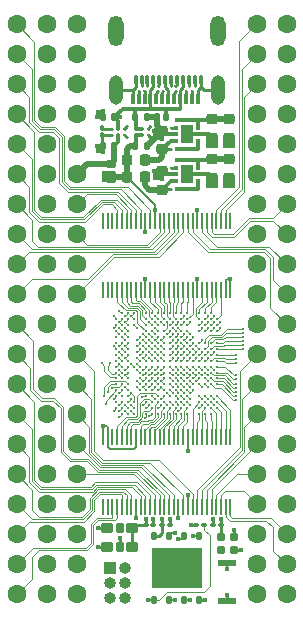
<source format=gbr>
%TF.GenerationSoftware,KiCad,Pcbnew,(5.99.0-10952-g410dbe17de)*%
%TF.CreationDate,2021-06-12T08:48:30+02:00*%
%TF.ProjectId,reDIP-64,72654449-502d-4363-942e-6b696361645f,0.2*%
%TF.SameCoordinates,PX594fc50PY8e9a590*%
%TF.FileFunction,Copper,L1,Top*%
%TF.FilePolarity,Positive*%
%FSLAX46Y46*%
G04 Gerber Fmt 4.6, Leading zero omitted, Abs format (unit mm)*
G04 Created by KiCad (PCBNEW (5.99.0-10952-g410dbe17de)) date 2021-06-12 08:48:30*
%MOMM*%
%LPD*%
G01*
G04 APERTURE LIST*
G04 Aperture macros list*
%AMRoundRect*
0 Rectangle with rounded corners*
0 $1 Rounding radius*
0 $2 $3 $4 $5 $6 $7 $8 $9 X,Y pos of 4 corners*
0 Add a 4 corners polygon primitive as box body*
4,1,4,$2,$3,$4,$5,$6,$7,$8,$9,$2,$3,0*
0 Add four circle primitives for the rounded corners*
1,1,$1+$1,$2,$3*
1,1,$1+$1,$4,$5*
1,1,$1+$1,$6,$7*
1,1,$1+$1,$8,$9*
0 Add four rect primitives between the rounded corners*
20,1,$1+$1,$2,$3,$4,$5,0*
20,1,$1+$1,$4,$5,$6,$7,0*
20,1,$1+$1,$6,$7,$8,$9,0*
20,1,$1+$1,$8,$9,$2,$3,0*%
G04 Aperture macros list end*
%TA.AperFunction,SMDPad,CuDef*%
%ADD10R,1.500000X0.550000*%
%TD*%
%TA.AperFunction,SMDPad,CuDef*%
%ADD11RoundRect,0.125000X0.125000X-0.250000X0.125000X0.250000X-0.125000X0.250000X-0.125000X-0.250000X0*%
%TD*%
%TA.AperFunction,SMDPad,CuDef*%
%ADD12R,4.300000X3.400000*%
%TD*%
%TA.AperFunction,SMDPad,CuDef*%
%ADD13RoundRect,0.050000X-0.050000X-0.650000X0.050000X-0.650000X0.050000X0.650000X-0.050000X0.650000X0*%
%TD*%
%TA.AperFunction,SMDPad,CuDef*%
%ADD14RoundRect,0.050000X0.050000X0.650000X-0.050000X0.650000X-0.050000X-0.650000X0.050000X-0.650000X0*%
%TD*%
%TA.AperFunction,SMDPad,CuDef*%
%ADD15RoundRect,0.218750X0.256250X-0.218750X0.256250X0.218750X-0.256250X0.218750X-0.256250X-0.218750X0*%
%TD*%
%TA.AperFunction,SMDPad,CuDef*%
%ADD16RoundRect,0.218750X0.218750X0.256250X-0.218750X0.256250X-0.218750X-0.256250X0.218750X-0.256250X0*%
%TD*%
%TA.AperFunction,SMDPad,CuDef*%
%ADD17RoundRect,0.225000X0.250000X-0.225000X0.250000X0.225000X-0.250000X0.225000X-0.250000X-0.225000X0*%
%TD*%
%TA.AperFunction,SMDPad,CuDef*%
%ADD18RoundRect,0.225000X-0.250000X0.225000X-0.250000X-0.225000X0.250000X-0.225000X0.250000X0.225000X0*%
%TD*%
%TA.AperFunction,SMDPad,CuDef*%
%ADD19RoundRect,0.100000X-0.100000X0.130000X-0.100000X-0.130000X0.100000X-0.130000X0.100000X0.130000X0*%
%TD*%
%TA.AperFunction,SMDPad,CuDef*%
%ADD20C,0.250000*%
%TD*%
%TA.AperFunction,SMDPad,CuDef*%
%ADD21RoundRect,0.140000X0.140000X0.170000X-0.140000X0.170000X-0.140000X-0.170000X0.140000X-0.170000X0*%
%TD*%
%TA.AperFunction,SMDPad,CuDef*%
%ADD22RoundRect,0.080000X0.320000X-0.445000X0.320000X0.445000X-0.320000X0.445000X-0.320000X-0.445000X0*%
%TD*%
%TA.AperFunction,SMDPad,CuDef*%
%ADD23RoundRect,0.065000X0.335000X-0.260000X0.335000X0.260000X-0.335000X0.260000X-0.335000X-0.260000X0*%
%TD*%
%TA.AperFunction,SMDPad,CuDef*%
%ADD24RoundRect,0.035000X0.152500X-0.140000X0.152500X0.140000X-0.152500X0.140000X-0.152500X-0.140000X0*%
%TD*%
%TA.AperFunction,SMDPad,CuDef*%
%ADD25RoundRect,0.040000X1.010000X-0.160000X1.010000X0.160000X-1.010000X0.160000X-1.010000X-0.160000X0*%
%TD*%
%TA.AperFunction,SMDPad,CuDef*%
%ADD26R,1.100000X1.500000*%
%TD*%
%TA.AperFunction,SMDPad,CuDef*%
%ADD27RoundRect,0.100000X-0.130000X-0.100000X0.130000X-0.100000X0.130000X0.100000X-0.130000X0.100000X0*%
%TD*%
%TA.AperFunction,SMDPad,CuDef*%
%ADD28RoundRect,0.100000X0.130000X0.100000X-0.130000X0.100000X-0.130000X-0.100000X0.130000X-0.100000X0*%
%TD*%
%TA.AperFunction,SMDPad,CuDef*%
%ADD29RoundRect,0.140000X-0.140000X-0.170000X0.140000X-0.170000X0.140000X0.170000X-0.140000X0.170000X0*%
%TD*%
%TA.AperFunction,SMDPad,CuDef*%
%ADD30RoundRect,0.047000X0.188000X0.253000X-0.188000X0.253000X-0.188000X-0.253000X0.188000X-0.253000X0*%
%TD*%
%TA.AperFunction,ComponentPad*%
%ADD31R,1.000000X1.000000*%
%TD*%
%TA.AperFunction,ComponentPad*%
%ADD32O,1.000000X1.000000*%
%TD*%
%TA.AperFunction,SMDPad,CuDef*%
%ADD33RoundRect,0.067500X0.067500X0.382500X-0.067500X0.382500X-0.067500X-0.382500X0.067500X-0.382500X0*%
%TD*%
%TA.AperFunction,SMDPad,CuDef*%
%ADD34RoundRect,0.067500X0.067500X0.332500X-0.067500X0.332500X-0.067500X-0.332500X0.067500X-0.332500X0*%
%TD*%
%TA.AperFunction,ComponentPad*%
%ADD35O,1.300000X2.600000*%
%TD*%
%TA.AperFunction,ComponentPad*%
%ADD36O,1.200000X2.500000*%
%TD*%
%TA.AperFunction,SMDPad,CuDef*%
%ADD37RoundRect,0.060350X0.439650X0.364650X-0.439650X0.364650X-0.439650X-0.364650X0.439650X-0.364650X0*%
%TD*%
%TA.AperFunction,SMDPad,CuDef*%
%ADD38RoundRect,0.060000X0.240000X0.365000X-0.240000X0.365000X-0.240000X-0.365000X0.240000X-0.365000X0*%
%TD*%
%TA.AperFunction,SMDPad,CuDef*%
%ADD39RoundRect,0.140000X0.210000X-0.210000X0.210000X0.210000X-0.210000X0.210000X-0.210000X-0.210000X0*%
%TD*%
%TA.AperFunction,SMDPad,CuDef*%
%ADD40C,0.240000*%
%TD*%
%TA.AperFunction,ComponentPad*%
%ADD41C,1.600000*%
%TD*%
%TA.AperFunction,ViaPad*%
%ADD42C,0.250000*%
%TD*%
%TA.AperFunction,ViaPad*%
%ADD43C,0.400000*%
%TD*%
%TA.AperFunction,Conductor*%
%ADD44C,0.100000*%
%TD*%
%TA.AperFunction,Conductor*%
%ADD45C,0.350000*%
%TD*%
%TA.AperFunction,Conductor*%
%ADD46C,0.200000*%
%TD*%
%TA.AperFunction,Conductor*%
%ADD47C,0.250000*%
%TD*%
%TA.AperFunction,Conductor*%
%ADD48C,0.500000*%
%TD*%
%TA.AperFunction,Conductor*%
%ADD49C,0.080000*%
%TD*%
G04 APERTURE END LIST*
D10*
%TO.P,SW1,1,1*%
%TO.N,/Config_Memory/~BTN~*%
X19080000Y3965000D03*
%TO.P,SW1,2,2*%
%TO.N,GND*%
X19080000Y715000D03*
%TD*%
D11*
%TO.P,U18,1,~CS~*%
%TO.N,/Config_Memory/FLASH_~CS~*%
X12905000Y810000D03*
%TO.P,U18,2,DO(IO1)*%
%TO.N,/Config_Memory/MEM_IO1*%
X14175000Y810000D03*
%TO.P,U18,3,~WP~(IO2)*%
%TO.N,/Config_Memory/MEM_IO2*%
X15445000Y810000D03*
%TO.P,U18,4,GND*%
%TO.N,GND*%
X16715000Y810000D03*
%TO.P,U18,5,DI(IO0)*%
%TO.N,/Config_Memory/MEM_IO0*%
X16715000Y6210000D03*
%TO.P,U18,6,CLK*%
%TO.N,/Config_Memory/MEM_CLK*%
X15445000Y6210000D03*
%TO.P,U18,7,~HOLD~(IO3)*%
%TO.N,/Config_Memory/MEM_IO3*%
X14175000Y6210000D03*
%TO.P,U18,8,VCC*%
%TO.N,+3V3*%
X12905000Y6210000D03*
D12*
%TO.P,U18,9,GND*%
%TO.N,GND*%
X14810000Y3510000D03*
%TD*%
D13*
%TO.P,U14,1,NC*%
%TO.N,N/C*%
X8570000Y8700000D03*
%TO.P,U14,2,1A1*%
X8970000Y8700000D03*
%TO.P,U14,3,1A2*%
%TO.N,/FPGA_IO/CIA1_~PC~_TOD*%
X9370000Y8700000D03*
%TO.P,U14,4,1A3*%
%TO.N,/FPGA_IO/CIA1_~FLAG~*%
X9770000Y8700000D03*
%TO.P,U14,5,1A4*%
%TO.N,/FPGA_IO/CIA1_PB7*%
X10170000Y8700000D03*
%TO.P,U14,6,1A5*%
%TO.N,/FPGA_IO/CIA1_PB6*%
X10570000Y8700000D03*
%TO.P,U14,7,1A6*%
%TO.N,/FPGA_IO/CIA1_PB5*%
X10970000Y8700000D03*
%TO.P,U14,8,GND*%
%TO.N,GND*%
X11370000Y8700000D03*
%TO.P,U14,9,1A7*%
%TO.N,/FPGA_IO/CIA1_PB4*%
X11770000Y8700000D03*
%TO.P,U14,10,1A8*%
%TO.N,/FPGA_IO/CIA1_PB3*%
X12170000Y8700000D03*
%TO.P,U14,11,1A9*%
%TO.N,/FPGA_IO/CIA1_PB2*%
X12570000Y8700000D03*
%TO.P,U14,12,1A10*%
%TO.N,/FPGA_IO/A9*%
X12970000Y8700000D03*
%TO.P,U14,13,1A11*%
%TO.N,/FPGA_IO/CIA1_PB1*%
X13370000Y8700000D03*
%TO.P,U14,14,1A12*%
%TO.N,/FPGA_IO/CIA1_PB0*%
X13770000Y8700000D03*
%TO.P,U14,15,2A1*%
%TO.N,/FPGA_IO/A8*%
X14170000Y8700000D03*
%TO.P,U14,16,2A2*%
%TO.N,/FPGA_IO/A7*%
X14570000Y8700000D03*
%TO.P,U14,17,VCC*%
%TO.N,+5V*%
X14970000Y8700000D03*
%TO.P,U14,18,2A3*%
%TO.N,/FPGA_IO/A6*%
X15370000Y8700000D03*
%TO.P,U14,19,GND*%
%TO.N,GND*%
X15770000Y8700000D03*
%TO.P,U14,20,2A4*%
%TO.N,/FPGA_IO/A5*%
X16170000Y8700000D03*
%TO.P,U14,21,2A5*%
%TO.N,/FPGA_IO/P0*%
X16570000Y8700000D03*
%TO.P,U14,22,2A6*%
%TO.N,/FPGA_IO/P1*%
X16970000Y8700000D03*
%TO.P,U14,23,2A7*%
%TO.N,/FPGA_IO/P2*%
X17370000Y8700000D03*
%TO.P,U14,24,2A8*%
%TO.N,/FPGA_IO/P3*%
X17770000Y8700000D03*
%TO.P,U14,25,2A9*%
%TO.N,/FPGA_IO/P4*%
X18170000Y8700000D03*
%TO.P,U14,26,2A10*%
%TO.N,/FPGA_IO/P5*%
X18570000Y8700000D03*
%TO.P,U14,27,2A11*%
%TO.N,/FPGA_IO/~EXROM~*%
X18970000Y8700000D03*
%TO.P,U14,28,2A12*%
%TO.N,/FPGA_IO/~GAME~*%
X19370000Y8700000D03*
%TO.P,U14,29,2B12*%
%TO.N,/FPGA_IO/I_~GAME~*%
X19370000Y14600000D03*
%TO.P,U14,30,2B11*%
%TO.N,/FPGA_IO/I_~EXROM~*%
X18970000Y14600000D03*
%TO.P,U14,31,2B10*%
%TO.N,/FPGA_IO/I_P5*%
X18570000Y14600000D03*
%TO.P,U14,32,2B9*%
%TO.N,/FPGA_IO/I_P4*%
X18170000Y14600000D03*
%TO.P,U14,33,2B8*%
%TO.N,/FPGA_IO/I_P3*%
X17770000Y14600000D03*
%TO.P,U14,34,2B7*%
%TO.N,/FPGA_IO/I_P2*%
X17370000Y14600000D03*
%TO.P,U14,35,2B6*%
%TO.N,/FPGA_IO/I_P1*%
X16970000Y14600000D03*
%TO.P,U14,36,2B5*%
%TO.N,/FPGA_IO/I_P0*%
X16570000Y14600000D03*
%TO.P,U14,37,2B4*%
%TO.N,/FPGA_IO/I_A5*%
X16170000Y14600000D03*
%TO.P,U14,38,GND*%
%TO.N,GND*%
X15770000Y14600000D03*
%TO.P,U14,39,2B3*%
%TO.N,/FPGA_IO/I_A6*%
X15370000Y14600000D03*
%TO.P,U14,40,2B2*%
%TO.N,/FPGA_IO/I_A7*%
X14970000Y14600000D03*
%TO.P,U14,41,2B1*%
%TO.N,/FPGA_IO/I_A8*%
X14570000Y14600000D03*
%TO.P,U14,42,1B12*%
%TO.N,/FPGA_IO/I1_PB0*%
X14170000Y14600000D03*
%TO.P,U14,43,1B11*%
%TO.N,/FPGA_IO/I1_PB1*%
X13770000Y14600000D03*
%TO.P,U14,44,1B10*%
%TO.N,/FPGA_IO/I_A9*%
X13370000Y14600000D03*
%TO.P,U14,45,1B9*%
%TO.N,/FPGA_IO/I1_PB2*%
X12970000Y14600000D03*
%TO.P,U14,46,1B8*%
%TO.N,/FPGA_IO/I1_PB3*%
X12570000Y14600000D03*
%TO.P,U14,47,1B7*%
%TO.N,/FPGA_IO/I1_PB4*%
X12170000Y14600000D03*
%TO.P,U14,48,1B6*%
%TO.N,/FPGA_IO/I1_PB5*%
X11770000Y14600000D03*
%TO.P,U14,49,GND*%
%TO.N,GND*%
X11370000Y14600000D03*
%TO.P,U14,50,1B5*%
%TO.N,/FPGA_IO/I1_PB6*%
X10970000Y14600000D03*
%TO.P,U14,51,1B4*%
%TO.N,/FPGA_IO/I1_PB7*%
X10570000Y14600000D03*
%TO.P,U14,52,1B3*%
%TO.N,/FPGA_IO/I1_~FLAG~*%
X10170000Y14600000D03*
%TO.P,U14,53,1B2*%
%TO.N,/FPGA_IO/I1_~PC~_TOD*%
X9770000Y14600000D03*
%TO.P,U14,54,1B1*%
%TO.N,N/C*%
X9370000Y14600000D03*
%TO.P,U14,55,2~OE~*%
%TO.N,GND*%
X8970000Y14600000D03*
%TO.P,U14,56,1~OE~*%
X8570000Y14600000D03*
%TD*%
D14*
%TO.P,U13,1,NC*%
%TO.N,N/C*%
X19370000Y32900000D03*
%TO.P,U13,2,1A1*%
%TO.N,/FPGA_IO/R_W*%
X18970000Y32900000D03*
%TO.P,U13,3,1A2*%
%TO.N,/FPGA_IO/\u00D82_OUT*%
X18570000Y32900000D03*
%TO.P,U13,4,1A3*%
%TO.N,/FPGA_IO/~RES~*%
X18170000Y32900000D03*
%TO.P,U13,5,1A4*%
%TO.N,/FPGA_IO/POT_X*%
X17770000Y32900000D03*
%TO.P,U13,6,1A5*%
%TO.N,/FPGA_IO/POT_Y*%
X17370000Y32900000D03*
%TO.P,U13,7,1A6*%
%TO.N,/FPGA_IO/BA*%
X16970000Y32900000D03*
%TO.P,U13,8,GND*%
%TO.N,GND*%
X16570000Y32900000D03*
%TO.P,U13,9,1A7*%
%TO.N,/FPGA_IO/COLOR*%
X16170000Y32900000D03*
%TO.P,U13,10,1A8*%
%TO.N,/FPGA_IO/SYNC_LUM*%
X15770000Y32900000D03*
%TO.P,U13,11,1A9*%
%TO.N,/FPGA_IO/A3*%
X15370000Y32900000D03*
%TO.P,U13,12,1A10*%
%TO.N,/FPGA_IO/CIA1_PA7*%
X14970000Y32900000D03*
%TO.P,U13,13,1A11*%
%TO.N,/FPGA_IO/CIA1_PA6*%
X14570000Y32900000D03*
%TO.P,U13,14,1A12*%
%TO.N,/FPGA_IO/CIA1_PA5*%
X14170000Y32900000D03*
%TO.P,U13,15,2A1*%
%TO.N,/FPGA_IO/CIA1_PA4*%
X13770000Y32900000D03*
%TO.P,U13,16,2A2*%
%TO.N,/FPGA_IO/A1*%
X13370000Y32900000D03*
%TO.P,U13,17,VCC*%
%TO.N,+5V*%
X12970000Y32900000D03*
%TO.P,U13,18,2A3*%
%TO.N,/FPGA_IO/CIA1_CNT*%
X12570000Y32900000D03*
%TO.P,U13,19,GND*%
%TO.N,GND*%
X12170000Y32900000D03*
%TO.P,U13,20,2A4*%
%TO.N,/FPGA_IO/CIA1_SP*%
X11770000Y32900000D03*
%TO.P,U13,21,2A5*%
%TO.N,/FPGA_IO/CIA1_PA0*%
X11370000Y32900000D03*
%TO.P,U13,22,2A6*%
%TO.N,/FPGA_IO/A0*%
X10970000Y32900000D03*
%TO.P,U13,23,2A7*%
%TO.N,/FPGA_IO/CIA1_PA1*%
X10570000Y32900000D03*
%TO.P,U13,24,2A8*%
%TO.N,/FPGA_IO/CIA1_PA2*%
X10170000Y32900000D03*
%TO.P,U13,25,2A9*%
%TO.N,/FPGA_IO/CIA1_PA3*%
X9770000Y32900000D03*
%TO.P,U13,26,2A10*%
%TO.N,N/C*%
X9370000Y32900000D03*
%TO.P,U13,27,2A11*%
X8970000Y32900000D03*
%TO.P,U13,28,2A12*%
X8570000Y32900000D03*
%TO.P,U13,29,2B12*%
X8570000Y27000000D03*
%TO.P,U13,30,2B11*%
X8970000Y27000000D03*
%TO.P,U13,31,2B10*%
X9370000Y27000000D03*
%TO.P,U13,32,2B9*%
%TO.N,/FPGA_IO/I1_PA3*%
X9770000Y27000000D03*
%TO.P,U13,33,2B8*%
%TO.N,/FPGA_IO/I1_PA2*%
X10170000Y27000000D03*
%TO.P,U13,34,2B7*%
%TO.N,/FPGA_IO/I1_PA1*%
X10570000Y27000000D03*
%TO.P,U13,35,2B6*%
%TO.N,/FPGA_IO/I_A0*%
X10970000Y27000000D03*
%TO.P,U13,36,2B5*%
%TO.N,/FPGA_IO/I1_PA0*%
X11370000Y27000000D03*
%TO.P,U13,37,2B4*%
%TO.N,/FPGA_IO/I1_SP*%
X11770000Y27000000D03*
%TO.P,U13,38,GND*%
%TO.N,GND*%
X12170000Y27000000D03*
%TO.P,U13,39,2B3*%
%TO.N,/FPGA_IO/I1_CNT*%
X12570000Y27000000D03*
%TO.P,U13,40,2B2*%
%TO.N,/FPGA_IO/I_A1*%
X12970000Y27000000D03*
%TO.P,U13,41,2B1*%
%TO.N,/FPGA_IO/I1_PA4*%
X13370000Y27000000D03*
%TO.P,U13,42,1B12*%
%TO.N,/FPGA_IO/I1_PA5*%
X13770000Y27000000D03*
%TO.P,U13,43,1B11*%
%TO.N,/FPGA_IO/I1_PA6*%
X14170000Y27000000D03*
%TO.P,U13,44,1B10*%
%TO.N,/FPGA_IO/I1_PA7*%
X14570000Y27000000D03*
%TO.P,U13,45,1B9*%
%TO.N,/FPGA_IO/I_A3*%
X14970000Y27000000D03*
%TO.P,U13,46,1B8*%
%TO.N,/FPGA_IO/I_SYNC_LUM*%
X15370000Y27000000D03*
%TO.P,U13,47,1B7*%
%TO.N,/FPGA_IO/I_COLOR*%
X15770000Y27000000D03*
%TO.P,U13,48,1B6*%
%TO.N,/FPGA_IO/I_BA*%
X16170000Y27000000D03*
%TO.P,U13,49,GND*%
%TO.N,GND*%
X16570000Y27000000D03*
%TO.P,U13,50,1B5*%
%TO.N,/FPGA_IO/I_POT_Y*%
X16970000Y27000000D03*
%TO.P,U13,51,1B4*%
%TO.N,/FPGA_IO/I_POT_X*%
X17370000Y27000000D03*
%TO.P,U13,52,1B3*%
%TO.N,/FPGA_IO/I_~RES~*%
X17770000Y27000000D03*
%TO.P,U13,53,1B2*%
%TO.N,/FPGA_IO/I_\u00D82_OUT*%
X18170000Y27000000D03*
%TO.P,U13,54,1B1*%
%TO.N,/FPGA_IO/I_R_W*%
X18570000Y27000000D03*
%TO.P,U13,55,2~OE~*%
%TO.N,GND*%
X18970000Y27000000D03*
%TO.P,U13,56,1~OE~*%
X19370000Y27000000D03*
%TD*%
D15*
%TO.P,FB4,1*%
%TO.N,+1V2*%
X19270000Y36532500D03*
%TO.P,FB4,2*%
%TO.N,Net-(C35-Pad1)*%
X19270000Y38107500D03*
%TD*%
D16*
%TO.P,FB1,1*%
%TO.N,Net-(C32-Pad1)*%
X12157500Y38050000D03*
%TO.P,FB1,2*%
%TO.N,+5V*%
X10582500Y38050000D03*
%TD*%
%TO.P,FB2,1*%
%TO.N,Net-(C33-Pad1)*%
X12157500Y36590000D03*
%TO.P,FB2,2*%
%TO.N,+5V*%
X10582500Y36590000D03*
%TD*%
D15*
%TO.P,FB3,1*%
%TO.N,+3V3*%
X19260000Y39932500D03*
%TO.P,FB3,2*%
%TO.N,Net-(C34-Pad1)*%
X19260000Y41507500D03*
%TD*%
D17*
%TO.P,C33,1*%
%TO.N,Net-(C33-Pad1)*%
X13580000Y35545000D03*
%TO.P,C33,2*%
%TO.N,GND*%
X13580000Y37095000D03*
%TD*%
D18*
%TO.P,C35,1*%
%TO.N,Net-(C35-Pad1)*%
X17800000Y38095000D03*
%TO.P,C35,2*%
%TO.N,GND*%
X17800000Y36545000D03*
%TD*%
%TO.P,C34,1*%
%TO.N,Net-(C34-Pad1)*%
X17800000Y41495000D03*
%TO.P,C34,2*%
%TO.N,GND*%
X17800000Y39945000D03*
%TD*%
D19*
%TO.P,R15,1*%
%TO.N,Net-(R15-Pad1)*%
X8500000Y40770000D03*
%TO.P,R15,2*%
%TO.N,GND*%
X8500000Y40130000D03*
%TD*%
D20*
%TO.P,U6,A1,VOUT*%
%TO.N,+5V*%
X11350000Y40200000D03*
%TO.P,U6,A2,VIN*%
%TO.N,VBUS*%
X11350000Y40700000D03*
%TO.P,U6,B1,VOUT*%
%TO.N,+5V*%
X11850000Y40200000D03*
%TO.P,U6,B2,VIN*%
%TO.N,VBUS*%
X11850000Y40700000D03*
%TO.P,U6,C1,GND*%
%TO.N,GND*%
X12350000Y40200000D03*
%TO.P,U6,C2,ON*%
%TO.N,/Power/EN_SNK*%
X12350000Y40700000D03*
%TD*%
D21*
%TO.P,C19,1*%
%TO.N,VCC*%
X9540000Y39240000D03*
%TO.P,C19,2*%
%TO.N,GND*%
X8580000Y39240000D03*
%TD*%
D22*
%TO.P,D4,1,K*%
%TO.N,+5V*%
X9290000Y36645000D03*
D23*
%TO.P,D4,2,A*%
%TO.N,VCC*%
X9290000Y37695000D03*
%TD*%
D24*
%TO.P,U8,1,LX*%
%TO.N,Net-(U8-Pad1)*%
X16627500Y39670000D03*
%TO.P,U8,2,AGND*%
%TO.N,GND*%
X16627500Y40220000D03*
%TO.P,U8,3,VOUT*%
%TO.N,Net-(C34-Pad1)*%
X16627500Y40770000D03*
%TO.P,U8,4,CE*%
%TO.N,Net-(C32-Pad1)*%
X14752500Y40770000D03*
%TO.P,U8,5,PGND*%
%TO.N,GND*%
X14752500Y40220000D03*
%TO.P,U8,6,VIN*%
%TO.N,Net-(C32-Pad1)*%
X14752500Y39670000D03*
D25*
%TO.P,U8,7,L1*%
%TO.N,Net-(U8-Pad1)*%
X15690000Y38970000D03*
%TO.P,U8,8,L2*%
%TO.N,Net-(C34-Pad1)*%
X15690000Y41470000D03*
D26*
%TO.P,U8,9,GND*%
%TO.N,GND*%
X15690000Y40220000D03*
%TD*%
D24*
%TO.P,U9,1,LX*%
%TO.N,Net-(U9-Pad1)*%
X16627500Y36270000D03*
%TO.P,U9,2,AGND*%
%TO.N,GND*%
X16627500Y36820000D03*
%TO.P,U9,3,VOUT*%
%TO.N,Net-(C35-Pad1)*%
X16627500Y37370000D03*
%TO.P,U9,4,CE*%
%TO.N,Net-(C33-Pad1)*%
X14752500Y37370000D03*
%TO.P,U9,5,PGND*%
%TO.N,GND*%
X14752500Y36820000D03*
%TO.P,U9,6,VIN*%
%TO.N,Net-(C33-Pad1)*%
X14752500Y36270000D03*
D25*
%TO.P,U9,7,L1*%
%TO.N,Net-(U9-Pad1)*%
X15690000Y35570000D03*
%TO.P,U9,8,L2*%
%TO.N,Net-(C35-Pad1)*%
X15690000Y38070000D03*
D26*
%TO.P,U9,9,GND*%
%TO.N,GND*%
X15690000Y36820000D03*
%TD*%
D21*
%TO.P,C12,1*%
%TO.N,VBUS*%
X9550000Y41660000D03*
%TO.P,C12,2*%
%TO.N,GND*%
X8590000Y41660000D03*
%TD*%
D20*
%TO.P,U7,A1,FLAGB*%
%TO.N,/Power/~FAULT~*%
X10350000Y40700000D03*
%TO.P,U7,A2,ON*%
%TO.N,/Power/EN_SRC*%
X10350000Y40200000D03*
%TO.P,U7,B1,VOUT*%
%TO.N,VBUS*%
X9850000Y40700000D03*
%TO.P,U7,B2,VIN*%
%TO.N,VCC*%
X9850000Y40200000D03*
%TO.P,U7,C1,ISET*%
%TO.N,Net-(R15-Pad1)*%
X9350000Y40700000D03*
%TO.P,U7,C2,GND*%
%TO.N,GND*%
X9350000Y40200000D03*
%TD*%
D27*
%TO.P,C11,1*%
%TO.N,+3V3*%
X12210000Y7180000D03*
%TO.P,C11,2*%
%TO.N,GND*%
X12850000Y7180000D03*
%TD*%
%TO.P,C56,1*%
%TO.N,+3V3*%
X13610000Y7180000D03*
%TO.P,C56,2*%
%TO.N,GND*%
X14250000Y7180000D03*
%TD*%
D28*
%TO.P,R17,1*%
%TO.N,/Config_Memory/FLASH_~CS~*%
X17130000Y7180000D03*
%TO.P,R17,2*%
%TO.N,+3V3*%
X16490000Y7180000D03*
%TD*%
D29*
%TO.P,C18,1*%
%TO.N,+5V*%
X11320000Y39240000D03*
%TO.P,C18,2*%
%TO.N,GND*%
X12280000Y39240000D03*
%TD*%
%TO.P,C13,1*%
%TO.N,VBUS*%
X11320000Y41660000D03*
%TO.P,C13,2*%
%TO.N,GND*%
X12280000Y41660000D03*
%TD*%
D30*
%TO.P,D1,1,K*%
%TO.N,VBUS*%
X13875000Y41700000D03*
%TO.P,D1,2,A*%
%TO.N,GND*%
X13145000Y41700000D03*
%TD*%
D31*
%TO.P,J7,1,Pin_1*%
%TO.N,/Config_Memory/TMS*%
X9210000Y3470000D03*
D32*
%TO.P,J7,2,Pin_2*%
%TO.N,/Config_Memory/TCK*%
X10480000Y3470000D03*
%TO.P,J7,3,Pin_3*%
%TO.N,/Config_Memory/TDI*%
X9210000Y2200000D03*
%TO.P,J7,4,Pin_4*%
%TO.N,GND*%
X10480000Y2200000D03*
%TO.P,J7,5,Pin_5*%
%TO.N,/Config_Memory/TDO*%
X9210000Y930000D03*
%TO.P,J7,6,Pin_6*%
%TO.N,+3V3*%
X10480000Y930000D03*
%TD*%
D33*
%TO.P,J1,A1,GND*%
%TO.N,GND*%
X16595000Y43250000D03*
%TO.P,J1,A2,TX1+*%
%TO.N,/USB_DisplayPort/TX1+*%
X16095000Y43250000D03*
%TO.P,J1,A3,TX1-*%
%TO.N,/USB_DisplayPort/TX1-*%
X15595000Y43250000D03*
%TO.P,J1,A4,VBUS*%
%TO.N,VBUS*%
X15095000Y43250000D03*
%TO.P,J1,A5,CC1*%
%TO.N,/USB_DisplayPort/CC1*%
X14595000Y43250000D03*
%TO.P,J1,A6,D+*%
%TO.N,/USB_DisplayPort/D+*%
X14095000Y43250000D03*
%TO.P,J1,A7,D-*%
%TO.N,/USB_DisplayPort/D-*%
X13595000Y43250000D03*
%TO.P,J1,A8,SBU1*%
%TO.N,/USB_DisplayPort/SBU1*%
X13095000Y43250000D03*
%TO.P,J1,A9,VBUS*%
%TO.N,VBUS*%
X12595000Y43250000D03*
%TO.P,J1,A10,RX2-*%
%TO.N,/USB_DisplayPort/RX2-*%
X12095000Y43250000D03*
%TO.P,J1,A11,RX2+*%
%TO.N,/USB_DisplayPort/RX2+*%
X11595000Y43250000D03*
%TO.P,J1,A12,GND*%
%TO.N,GND*%
X11095000Y43250000D03*
D34*
%TO.P,J1,B1,GND*%
X11345000Y44850000D03*
%TO.P,J1,B2,TX2+*%
%TO.N,/USB_DisplayPort/TX2+*%
X11845000Y44850000D03*
%TO.P,J1,B3,TX2-*%
%TO.N,/USB_DisplayPort/TX2-*%
X12345000Y44850000D03*
%TO.P,J1,B4,VBUS*%
%TO.N,VBUS*%
X12845000Y44850000D03*
%TO.P,J1,B5,CC2*%
%TO.N,/USB_DisplayPort/CC2*%
X13345000Y44850000D03*
%TO.P,J1,B6,D+*%
%TO.N,/USB_DisplayPort/D+*%
X13845000Y44850000D03*
%TO.P,J1,B7,D-*%
%TO.N,/USB_DisplayPort/D-*%
X14345000Y44850000D03*
%TO.P,J1,B8,SBU2*%
%TO.N,/USB_DisplayPort/SBU2*%
X14845000Y44850000D03*
%TO.P,J1,B9,VBUS*%
%TO.N,VBUS*%
X15345000Y44850000D03*
%TO.P,J1,B10,RX1-*%
%TO.N,/USB_DisplayPort/RX1-*%
X15845000Y44850000D03*
%TO.P,J1,B11,RX1+*%
%TO.N,/USB_DisplayPort/RX1+*%
X16345000Y44850000D03*
%TO.P,J1,B12,GND*%
%TO.N,GND*%
X16845000Y44850000D03*
D35*
%TO.P,J1,S1,SHIELD*%
X18290000Y49000000D03*
D36*
X9650000Y43950000D03*
X18290000Y43950000D03*
D35*
X9650000Y49000000D03*
%TD*%
D37*
%TO.P,U5,1,EN*%
%TO.N,+3V3*%
X11030000Y6920000D03*
D38*
%TO.P,U5,2,NC*%
%TO.N,N/C*%
X9980000Y6920000D03*
D37*
%TO.P,U5,3,GND*%
%TO.N,GND*%
X8930000Y6920000D03*
%TO.P,U5,4,OUT+*%
%TO.N,/USB_DisplayPort/CLK+*%
X8930000Y5320000D03*
D38*
%TO.P,U5,5,OUT-*%
%TO.N,/USB_DisplayPort/CLK-*%
X9980000Y5320000D03*
D37*
%TO.P,U5,6,VDD*%
%TO.N,+3V3*%
X11030000Y5320000D03*
%TD*%
D17*
%TO.P,C32,1*%
%TO.N,Net-(C32-Pad1)*%
X13580000Y38945000D03*
%TO.P,C32,2*%
%TO.N,GND*%
X13580000Y40495000D03*
%TD*%
D28*
%TO.P,C54,1*%
%TO.N,+3V3*%
X18530000Y7180000D03*
%TO.P,C54,2*%
%TO.N,GND*%
X17890000Y7180000D03*
%TD*%
D39*
%TO.P,D5,1,DO*%
%TO.N,N/C*%
X18530000Y5040000D03*
%TO.P,D5,2,VDD*%
%TO.N,+3V3*%
X18530000Y6140000D03*
%TO.P,D5,3,DI*%
%TO.N,/Config_Memory/LED*%
X19630000Y6140000D03*
%TO.P,D5,4,GND*%
%TO.N,GND*%
X19630000Y5040000D03*
%TD*%
D40*
%TO.P,U4,A2,PR41C/GR_PCLK2_0*%
%TO.N,/FPGA_IO/I_R_W*%
X18220000Y24550000D03*
%TO.P,U4,A3,PR41A/GR_PCLK2_1*%
%TO.N,/FPGA_IO/I_D7*%
X18220000Y24050000D03*
%TO.P,U4,A4,PR20B*%
%TO.N,/FPGA_IO/I_D6*%
X18220000Y23550000D03*
%TO.P,U4,A6,PR20A*%
%TO.N,/FPGA_IO/I_D0*%
X18220000Y22550000D03*
%TO.P,U4,A7,PR17B*%
%TO.N,/FPGA_IO/I_D5*%
X18220000Y22050000D03*
%TO.P,U4,A8,PT71B/PCLKC1_0*%
%TO.N,/Audio/I2S_MCLK*%
X18220000Y21550000D03*
%TO.P,U4,A9,PT71A/PCLKT1_0*%
%TO.N,/Audio/I2S_SCLK*%
X18220000Y21050000D03*
%TO.P,U4,A10,PT63B/PCLKC0_1*%
%TO.N,/Config_Memory/LED*%
X18220000Y20550000D03*
%TO.P,U4,A11,PT63A/PCLKT0_1*%
%TO.N,/FPGA_IO/I_~IO2~*%
X18220000Y20050000D03*
%TO.P,U4,A12,PL14A*%
%TO.N,/FPGA_IO/I_~ROMH~*%
X18220000Y19550000D03*
%TO.P,U4,A13,PL35B*%
%TO.N,/FPGA_IO/I_A15*%
X18220000Y19050000D03*
%TO.P,U4,A15,PL35D*%
%TO.N,/FPGA_IO/I_~GAME~*%
X18220000Y18050000D03*
%TO.P,U4,A16,PL41B*%
%TO.N,/FPGA_IO/I_~EXROM~*%
X18220000Y17550000D03*
%TO.P,U4,A17,PL44A/PCLKT7_1*%
%TO.N,/FPGA_IO/I_P5*%
X18220000Y17050000D03*
%TO.P,U4,B1,PR44B/PCLKC2_1*%
%TO.N,/FPGA_IO/I_\u00D82_OUT*%
X17720000Y25050000D03*
%TO.P,U4,B2,PR41B*%
%TO.N,/FPGA_IO/I2_PA7*%
X17720000Y24550000D03*
%TO.P,U4,B3,GND[109]*%
%TO.N,GND*%
X17720000Y24050000D03*
%TO.P,U4,B4,PR35C/VREF1_2*%
%TO.N,/FPGA_IO/I2_PA6*%
X17720000Y23550000D03*
%TO.P,U4,B6,PR17A*%
%TO.N,/FPGA_IO/I_D1*%
X17720000Y22550000D03*
%TO.P,U4,B7,PR11B/URC_GPLL0C_IN*%
%TO.N,/FPGA_IO/I_D4*%
X17720000Y22050000D03*
%TO.P,U4,B8,PT121A/URC_GPLL1T_IN*%
%TO.N,/Audio/I2S_DOUT*%
X17720000Y21550000D03*
%TO.P,U4,B9,PT69A/PCLKT1_1*%
%TO.N,/Audio/I2S_LRCLK*%
X17720000Y21050000D03*
%TO.P,U4,B10,PT65A/PCLKT0_0*%
%TO.N,/FPGA_IO/~ALERT~*%
X17720000Y20550000D03*
%TO.P,U4,B11,PT4A/ULC_GPLL1T_IN*%
%TO.N,/FPGA_IO/I_~ROML~*%
X17720000Y20050000D03*
%TO.P,U4,B12,PL11B/ULC_GPLL0C_IN*%
%TO.N,/FPGA_IO/I_A14*%
X17720000Y19550000D03*
%TO.P,U4,B13,PL35A*%
%TO.N,/FPGA_IO/I_~MENU~*%
X17720000Y19050000D03*
%TO.P,U4,B15,PL41A/GR_PCLK7_1*%
%TO.N,/FPGA_IO/I_~DMA~*%
X17720000Y18050000D03*
%TO.P,U4,B16,GND[109]*%
%TO.N,GND*%
X17720000Y17550000D03*
%TO.P,U4,B17,PL44B/PCLKC7_1*%
%TO.N,/FPGA_IO/I_P4*%
X17720000Y17050000D03*
%TO.P,U4,B18,PL44C/PCLKT7_0*%
%TO.N,/FPGA_IO/I_P3*%
X17720000Y16550000D03*
%TO.P,U4,C1,PR44C/PCLKT2_0*%
%TO.N,/FPGA_IO/I_~RES~*%
X17220000Y25050000D03*
%TO.P,U4,C2,PR38B*%
%TO.N,/FPGA_IO/I_A2*%
X17220000Y24550000D03*
%TO.P,U4,C3,PR35D*%
%TO.N,/FPGA_IO/I2_PA5*%
X17220000Y24050000D03*
%TO.P,U4,C4,PR35B*%
%TO.N,/FPGA_IO/I2_PA4*%
X17220000Y23550000D03*
%TO.P,U4,C6,PR14B*%
%TO.N,/FPGA_IO/I_D3*%
X17220000Y22550000D03*
%TO.P,U4,C7,PR11A/URC_GPLL0T_IN*%
%TO.N,/FPGA_IO/I_D2*%
X17220000Y22050000D03*
%TO.P,U4,C8,PT121B/URC_GPLL1C_IN*%
%TO.N,/Audio/I2S_DIN*%
X17220000Y21550000D03*
%TO.P,U4,C9,PT69B/PCLKC1_1*%
%TO.N,/Audio/I2C_SDA*%
X17220000Y21050000D03*
%TO.P,U4,C10,PT65B/PCLKC0_0*%
%TO.N,/Audio/I2C_SCL*%
X17220000Y20550000D03*
%TO.P,U4,C11,PT4B/ULC_GPLL1C_IN*%
%TO.N,/FPGA_IO/I2_PB3*%
X17220000Y20050000D03*
%TO.P,U4,C12,PL11A/ULC_GPLL0T_IN*%
%TO.N,/FPGA_IO/I_~IO1~*%
X17220000Y19550000D03*
%TO.P,U4,C13,PL17B*%
%TO.N,/FPGA_IO/I2_PB2*%
X17220000Y19050000D03*
%TO.P,U4,C15,PL35C/VREF1_7*%
%TO.N,/FPGA_IO/I_A4*%
X17220000Y18050000D03*
%TO.P,U4,C16,PL41C/GR_PCLK7_0*%
%TO.N,/FPGA_IO/I2_PB0*%
X17220000Y17550000D03*
%TO.P,U4,C17,PL44D/PCLKC7_0*%
%TO.N,/FPGA_IO/I_P1*%
X17220000Y17050000D03*
%TO.P,U4,C18,PL47B/PCLKC6_1*%
%TO.N,/FPGA_IO/I_P2*%
X17220000Y16550000D03*
%TO.P,U4,D1,PR44D/PCLKC2_0*%
%TO.N,/FPGA_IO/I_POT_X*%
X16720000Y25050000D03*
%TO.P,U4,D2,PR44A/PCLKT2_1*%
%TO.N,/FPGA_IO/I_POT_Y*%
X16720000Y24550000D03*
%TO.P,U4,D3,PR38A*%
%TO.N,/FPGA_IO/I2_PA0*%
X16720000Y24050000D03*
%TO.P,U4,D4,PR35A*%
%TO.N,/FPGA_IO/I2_PA1*%
X16720000Y23550000D03*
%TO.P,U4,D6,PR14A*%
%TO.N,/FPGA_IO/I2_PA2*%
X16720000Y22550000D03*
%TO.P,U4,D7,VCCIO1*%
%TO.N,+3V3*%
X16720000Y22050000D03*
%TO.P,U4,D8,VCC[13]*%
%TO.N,+1V2*%
X16720000Y21550000D03*
%TO.P,U4,D9,VCC[13]*%
X16720000Y21050000D03*
%TO.P,U4,D10,VCC[13]*%
X16720000Y20550000D03*
%TO.P,U4,D11,VCC[13]*%
X16720000Y20050000D03*
%TO.P,U4,D12,VCCIO0*%
%TO.N,+3V3*%
X16720000Y19550000D03*
%TO.P,U4,D13,PL17A*%
%TO.N,/FPGA_IO/I2_PB4*%
X16720000Y19050000D03*
%TO.P,U4,D15,PL38A*%
%TO.N,/FPGA_IO/I2_PB1*%
X16720000Y18050000D03*
%TO.P,U4,D16,PL38B*%
%TO.N,/FPGA_IO/I_A5*%
X16720000Y17550000D03*
%TO.P,U4,D17,PL47A/PCLKT6_1*%
%TO.N,/FPGA_IO/I_DOT_CLOCK*%
X16720000Y17050000D03*
%TO.P,U4,D18,PL47C/PCLKT6_0*%
%TO.N,/FPGA_IO/I_P0*%
X16720000Y16550000D03*
%TO.P,U4,E5,GND[109]*%
%TO.N,GND*%
X16220000Y23050000D03*
%TO.P,U4,E6,VCCAUX[4]*%
%TO.N,+2V5*%
X16220000Y22550000D03*
%TO.P,U4,E7,GND[109]*%
%TO.N,GND*%
X16220000Y22050000D03*
%TO.P,U4,E8,GND[109]*%
X16220000Y21550000D03*
%TO.P,U4,E9,GND[109]*%
X16220000Y21050000D03*
%TO.P,U4,E10,GND[109]*%
X16220000Y20550000D03*
%TO.P,U4,E11,GND[109]*%
X16220000Y20050000D03*
%TO.P,U4,E12,GND[109]*%
X16220000Y19550000D03*
%TO.P,U4,E13,VCCAUX[4]*%
%TO.N,+2V5*%
X16220000Y19050000D03*
%TO.P,U4,E14,GND[109]*%
%TO.N,GND*%
X16220000Y18550000D03*
%TO.P,U4,F1,PR56C*%
%TO.N,/FPGA_IO/I_COLOR*%
X15720000Y25050000D03*
%TO.P,U4,F2,PR53A*%
%TO.N,/FPGA_IO/I_BA*%
X15720000Y24550000D03*
%TO.P,U4,F3,PR47D/PCLKC3_0*%
%TO.N,/FPGA_IO/DP_AUX-*%
X15720000Y24050000D03*
%TO.P,U4,F4,PR47C/PCLKT3_0*%
%TO.N,/FPGA_IO/DP_AUX+*%
X15720000Y23550000D03*
%TO.P,U4,F5,GND[109]*%
%TO.N,GND*%
X15720000Y23050000D03*
%TO.P,U4,F6,GND[109]*%
X15720000Y22550000D03*
%TO.P,U4,F7,GND[109]*%
X15720000Y22050000D03*
%TO.P,U4,F8,GND[109]*%
X15720000Y21550000D03*
%TO.P,U4,F9,GND[109]*%
X15720000Y21050000D03*
%TO.P,U4,F10,GND[109]*%
X15720000Y20550000D03*
%TO.P,U4,F11,GND[109]*%
X15720000Y20050000D03*
%TO.P,U4,F12,GND[109]*%
X15720000Y19550000D03*
%TO.P,U4,F13,GND[109]*%
X15720000Y19050000D03*
%TO.P,U4,F14,GND[109]*%
X15720000Y18550000D03*
%TO.P,U4,F15,PL50C/GR_PCLK6_1*%
%TO.N,/FPGA_IO/I_A10*%
X15720000Y18050000D03*
%TO.P,U4,F16,PL50B*%
%TO.N,/FPGA_IO/I2_PB5*%
X15720000Y17550000D03*
%TO.P,U4,F17,PL50A/GR_PCLK6_0*%
%TO.N,/FPGA_IO/I_A7*%
X15720000Y17050000D03*
%TO.P,U4,F18,PL47D/PCLKC6_0*%
%TO.N,/FPGA_IO/I_A6*%
X15720000Y16550000D03*
%TO.P,U4,G1,PR53B*%
%TO.N,/FPGA_IO/I_SYNC_LUM*%
X15220000Y25050000D03*
%TO.P,U4,G2,GND[109]*%
%TO.N,GND*%
X15220000Y24550000D03*
%TO.P,U4,G3,PR50B*%
%TO.N,/FPGA_IO/USB_D-*%
X15220000Y24050000D03*
%TO.P,U4,G4,PR47B/PCLKC3_1*%
%TO.N,/FPGA_IO/I2_PA3*%
X15220000Y23550000D03*
%TO.P,U4,G5,VCCIO2[2]*%
%TO.N,+3V3*%
X15220000Y23050000D03*
%TO.P,U4,G6,GND[109]*%
%TO.N,GND*%
X15220000Y22550000D03*
%TO.P,U4,G7,GND[109]*%
X15220000Y22050000D03*
%TO.P,U4,G8,GND[109]*%
X15220000Y21550000D03*
%TO.P,U4,G9,GND[109]*%
X15220000Y21050000D03*
%TO.P,U4,G10,GND[109]*%
X15220000Y20550000D03*
%TO.P,U4,G11,GND[109]*%
X15220000Y20050000D03*
%TO.P,U4,G12,GND[109]*%
X15220000Y19550000D03*
%TO.P,U4,G13,GND[109]*%
X15220000Y19050000D03*
%TO.P,U4,G14,VCCIO7[2]*%
%TO.N,+3V3*%
X15220000Y18550000D03*
%TO.P,U4,G15,PL56A*%
%TO.N,/FPGA_IO/I_A12*%
X15220000Y18050000D03*
%TO.P,U4,G16,PL50D*%
%TO.N,/FPGA_IO/I_A13*%
X15220000Y17550000D03*
%TO.P,U4,G17,GND[109]*%
%TO.N,GND*%
X15220000Y17050000D03*
%TO.P,U4,G18,PL53A*%
%TO.N,/FPGA_IO/I_A8*%
X15220000Y16550000D03*
%TO.P,U4,H1,PR56D*%
%TO.N,/FPGA_IO/I_A3*%
X14720000Y25050000D03*
%TO.P,U4,H2,PR50D*%
%TO.N,/FPGA_IO/I1_PA7*%
X14720000Y24550000D03*
%TO.P,U4,H3,PR50A/GR_PCLK3_0*%
%TO.N,/FPGA_IO/USB_D+*%
X14720000Y24050000D03*
%TO.P,U4,H4,PR47A/PCLKT3_1*%
%TO.N,/FPGA_IO/I_\u00D81_IN*%
X14720000Y23550000D03*
%TO.P,U4,H5,VCCIO2[2]*%
%TO.N,+3V3*%
X14720000Y23050000D03*
%TO.P,U4,H6,GND[109]*%
%TO.N,GND*%
X14720000Y22550000D03*
%TO.P,U4,H7,GND[109]*%
X14720000Y22050000D03*
%TO.P,U4,H8,GND[109]*%
X14720000Y21550000D03*
%TO.P,U4,H9,GND[109]*%
X14720000Y21050000D03*
%TO.P,U4,H10,GND[109]*%
X14720000Y20550000D03*
%TO.P,U4,H11,GND[109]*%
X14720000Y20050000D03*
%TO.P,U4,H12,GND[109]*%
X14720000Y19550000D03*
%TO.P,U4,H13,GND[109]*%
X14720000Y19050000D03*
%TO.P,U4,H14,VCCIO7[2]*%
%TO.N,+3V3*%
X14720000Y18550000D03*
%TO.P,U4,H15,PL56B/VREF1_6*%
%TO.N,/FPGA_IO/I2_~PC~*%
X14720000Y18050000D03*
%TO.P,U4,H16,PL56C*%
%TO.N,/FPGA_IO/I2_~FLAG~*%
X14720000Y17550000D03*
%TO.P,U4,H17,PL53B*%
%TO.N,/FPGA_IO/I1_PB1*%
X14720000Y17050000D03*
%TO.P,U4,H18,PL83D*%
%TO.N,/FPGA_IO/I1_PB0*%
X14720000Y16550000D03*
%TO.P,U4,J1,PR56B/VREF1_3*%
%TO.N,/FPGA_IO/I1_PA6*%
X14220000Y25050000D03*
%TO.P,U4,J2,PR56A*%
%TO.N,/FPGA_IO/I1_PA5*%
X14220000Y24550000D03*
%TO.P,U4,J3,PR50C/GR_PCLK3_1*%
%TO.N,/FPGA_IO/I_RDY*%
X14220000Y24050000D03*
%TO.P,U4,J4,VCC[13]*%
%TO.N,+1V2*%
X14220000Y23550000D03*
%TO.P,U4,J5,VCC[13]*%
X14220000Y23050000D03*
%TO.P,U4,J6,GND[109]*%
%TO.N,GND*%
X14220000Y22550000D03*
%TO.P,U4,J7,GND[109]*%
X14220000Y22050000D03*
%TO.P,U4,J8,GND[109]*%
X14220000Y21550000D03*
%TO.P,U4,J9,GND[109]*%
X14220000Y21050000D03*
%TO.P,U4,J10,GND[109]*%
X14220000Y20550000D03*
%TO.P,U4,J11,GND[109]*%
X14220000Y20050000D03*
%TO.P,U4,J12,GND[109]*%
X14220000Y19550000D03*
%TO.P,U4,J13,GND[109]*%
X14220000Y19050000D03*
%TO.P,U4,J14,VCC[13]*%
%TO.N,+1V2*%
X14220000Y18550000D03*
%TO.P,U4,J15,VCC[13]*%
X14220000Y18050000D03*
%TO.P,U4,J16,PL56D*%
%TO.N,/FPGA_IO/I_A11*%
X14220000Y17550000D03*
%TO.P,U4,J17,PL83C*%
%TO.N,/FPGA_IO/I1_PB2*%
X14220000Y17050000D03*
%TO.P,U4,J18,PL86A*%
%TO.N,/FPGA_IO/I_A9*%
X14220000Y16550000D03*
%TO.P,U4,K1,PR86D*%
%TO.N,/FPGA_IO/I1_PA4*%
X13720000Y25050000D03*
%TO.P,U4,K2,PR89A*%
%TO.N,/FPGA_IO/I_A1*%
X13720000Y24550000D03*
%TO.P,U4,K3,PR86C*%
%TO.N,/FPGA_IO/I_~NMI~*%
X13720000Y24050000D03*
%TO.P,U4,K4,PR83A*%
%TO.N,/FPGA_IO/I_~IRQ~*%
X13720000Y23550000D03*
%TO.P,U4,K5,GND[109]*%
%TO.N,GND*%
X13720000Y23050000D03*
%TO.P,U4,K6,GND[109]*%
X13720000Y22550000D03*
%TO.P,U4,K7,GND[109]*%
X13720000Y22050000D03*
%TO.P,U4,K8,GND[109]*%
X13720000Y21550000D03*
%TO.P,U4,K9,GND[109]*%
X13720000Y21050000D03*
%TO.P,U4,K10,GND[109]*%
X13720000Y20550000D03*
%TO.P,U4,K11,GND[109]*%
X13720000Y20050000D03*
%TO.P,U4,K12,GND[109]*%
X13720000Y19550000D03*
%TO.P,U4,K13,GND[109]*%
X13720000Y19050000D03*
%TO.P,U4,K14,GND[109]*%
X13720000Y18550000D03*
%TO.P,U4,K15,PL86D*%
%TO.N,/FPGA_IO/I2_PB6*%
X13720000Y18050000D03*
%TO.P,U4,K16,PL86C*%
%TO.N,/FPGA_IO/I2_PB7*%
X13720000Y17550000D03*
%TO.P,U4,K17,PL89A*%
%TO.N,/FPGA_IO/I1_PB4*%
X13720000Y17050000D03*
%TO.P,U4,K18,PL86B*%
%TO.N,/FPGA_IO/I1_PB3*%
X13720000Y16550000D03*
%TO.P,U4,L1,PR89B*%
%TO.N,/FPGA_IO/I1_CNT*%
X13220000Y25050000D03*
%TO.P,U4,L2,GND[109]*%
%TO.N,GND*%
X13220000Y24550000D03*
%TO.P,U4,L3,PR86B*%
%TO.N,/FPGA_IO/I_AEC*%
X13220000Y24050000D03*
%TO.P,U4,L4,PR83B*%
%TO.N,/FPGA_IO/I2_SP*%
X13220000Y23550000D03*
%TO.P,U4,L5,GND[109]*%
%TO.N,GND*%
X13220000Y23050000D03*
%TO.P,U4,L6,GND[109]*%
X13220000Y22550000D03*
%TO.P,U4,L7,GND[109]*%
X13220000Y22050000D03*
%TO.P,U4,L8,GND[109]*%
X13220000Y21550000D03*
%TO.P,U4,L9,GND[109]*%
X13220000Y21050000D03*
%TO.P,U4,L10,GND[109]*%
X13220000Y20550000D03*
%TO.P,U4,L11,GND[109]*%
X13220000Y20050000D03*
%TO.P,U4,L12,GND[109]*%
X13220000Y19550000D03*
%TO.P,U4,L13,GND[109]*%
X13220000Y19050000D03*
%TO.P,U4,L14,GND[109]*%
X13220000Y18550000D03*
%TO.P,U4,L15,PL89C*%
%TO.N,/FPGA_IO/I1_~PC~_TOD*%
X13220000Y18050000D03*
%TO.P,U4,L16,PL89D*%
%TO.N,/FPGA_IO/I1_PB6*%
X13220000Y17550000D03*
%TO.P,U4,L17,GND[109]*%
%TO.N,GND*%
X13220000Y17050000D03*
%TO.P,U4,L18,PL89B*%
%TO.N,/FPGA_IO/I1_PB5*%
X13220000Y16550000D03*
%TO.P,U4,M1,PR92C/LRC_GPLL0T_IN*%
%TO.N,/FPGA_IO/I1_SP*%
X12720000Y25050000D03*
%TO.P,U4,M2,PR89C*%
%TO.N,/FPGA_IO/I1_PA0*%
X12720000Y24550000D03*
%TO.P,U4,M3,PR86A*%
%TO.N,/FPGA_IO/I2_CNT*%
X12720000Y24050000D03*
%TO.P,U4,M4,VCC[13]*%
%TO.N,+1V2*%
X12720000Y23550000D03*
%TO.P,U4,M5,VCCIO3[2]*%
%TO.N,+3V3*%
X12720000Y23050000D03*
%TO.P,U4,M6,GND[109]*%
%TO.N,GND*%
X12720000Y22550000D03*
%TO.P,U4,M7,GND[109]*%
X12720000Y22050000D03*
%TO.P,U4,M8,GND[109]*%
X12720000Y21550000D03*
%TO.P,U4,M9,GND[109]*%
X12720000Y21050000D03*
%TO.P,U4,M10,GND[109]*%
X12720000Y20550000D03*
%TO.P,U4,M11,GND[109]*%
X12720000Y20050000D03*
%TO.P,U4,M12,GND[109]*%
X12720000Y19550000D03*
%TO.P,U4,M13,GND[109]*%
X12720000Y19050000D03*
%TO.P,U4,M14,VCCIO6[2]*%
%TO.N,+3V3*%
X12720000Y18550000D03*
%TO.P,U4,M15,VCC[13]*%
%TO.N,+1V2*%
X12720000Y18050000D03*
%TO.P,U4,M16,PL92C/LLC_GPLL0T_IN*%
%TO.N,/FPGA_IO/I1_~FLAG~*%
X12720000Y17550000D03*
%TO.P,U4,M17,PL92D/LLC_GPLL0C_IN*%
%TO.N,/FPGA_IO/I1_PB7*%
X12720000Y17050000D03*
%TO.P,U4,M18,PB6B/D4/MOSI2/IO4*%
%TO.N,/Config_Memory/MEM_IO4*%
X12720000Y16550000D03*
%TO.P,U4,N1,PR92D/LRC_GPLL0C_IN*%
%TO.N,/FPGA_IO/I_A0*%
X12220000Y25050000D03*
%TO.P,U4,N2,PR89D*%
%TO.N,/FPGA_IO/I1_PA1*%
X12220000Y24550000D03*
%TO.P,U4,N3,PR83D*%
%TO.N,/FPGA_IO/I1_PA2*%
X12220000Y24050000D03*
%TO.P,U4,N4,PR83C*%
%TO.N,/FPGA_IO/I1_PA3*%
X12220000Y23550000D03*
%TO.P,U4,N5,VCCIO3[2]*%
%TO.N,+3V3*%
X12220000Y23050000D03*
%TO.P,U4,N6,VCCAUX[4]*%
%TO.N,+2V5*%
X12220000Y22550000D03*
%TO.P,U4,N7,GND[109]*%
%TO.N,GND*%
X12220000Y22050000D03*
%TO.P,U4,N8,GND[109]*%
X12220000Y21550000D03*
%TO.P,U4,N9,GND[109]*%
X12220000Y21050000D03*
%TO.P,U4,N10,GND[109]*%
X12220000Y20550000D03*
%TO.P,U4,N11,GND[109]*%
X12220000Y20050000D03*
%TO.P,U4,N12,GND[109]*%
X12220000Y19550000D03*
%TO.P,U4,N13,VCCIO8[2]*%
%TO.N,+3V3*%
X12220000Y19050000D03*
%TO.P,U4,N14,VCCIO6[2]*%
X12220000Y18550000D03*
%TO.P,U4,N15,PB4A/D7/IO7*%
%TO.N,/Config_Memory/MEM_IO7*%
X12220000Y18050000D03*
%TO.P,U4,N16,PB4B/D6/IO6*%
%TO.N,/Config_Memory/MEM_IO6*%
X12220000Y17550000D03*
%TO.P,U4,N17,PB6A/D5/MISO2/IO5*%
%TO.N,/Config_Memory/MEM_IO5*%
X12220000Y17050000D03*
%TO.P,U4,N18,PB9A/D3/IO3*%
%TO.N,/Config_Memory/MEM_IO3*%
X12220000Y16550000D03*
%TO.P,U4,P5,VCCAUXA0[2]*%
%TO.N,+2V5*%
X11720000Y23050000D03*
%TO.P,U4,P6,GND[109]*%
%TO.N,GND*%
X11720000Y22550000D03*
%TO.P,U4,P7,VCC[13]*%
%TO.N,+1V2*%
X11720000Y22050000D03*
%TO.P,U4,P8,GND[109]*%
%TO.N,GND*%
X11720000Y21550000D03*
%TO.P,U4,P9,VCC[13]*%
%TO.N,+1V2*%
X11720000Y21050000D03*
%TO.P,U4,P10,VCCA0[2]*%
%TO.N,VCCA*%
X11720000Y20550000D03*
%TO.P,U4,P11,VCC[13]*%
%TO.N,+1V2*%
X11720000Y20050000D03*
%TO.P,U4,P12,GND[109]*%
%TO.N,GND*%
X11720000Y19550000D03*
%TO.P,U4,P13,VCCAUX[4]*%
%TO.N,+2V5*%
X11720000Y19050000D03*
%TO.P,U4,P14,VCCIO8[2]*%
%TO.N,+3V3*%
X11720000Y18550000D03*
%TO.P,U4,R1,GND[109]*%
%TO.N,GND*%
X11220000Y25050000D03*
%TO.P,U4,R2,GND[109]*%
X11220000Y24550000D03*
%TO.P,U4,R3,VCCAUXA0[2]*%
%TO.N,+2V5*%
X11220000Y24050000D03*
%TO.P,U4,R10,VCCA0[2]*%
%TO.N,VCCA*%
X11220000Y20550000D03*
%TO.P,U4,R16,PB18A/WRITEN*%
%TO.N,/Config_Memory/~BOOT~*%
X11220000Y17550000D03*
%TO.P,U4,R17,PB13A/SN/CSN*%
%TO.N,/Config_Memory/RWDS*%
X11220000Y17050000D03*
%TO.P,U4,R18,PB9B/D2/IO2*%
%TO.N,/Config_Memory/MEM_IO2*%
X11220000Y16550000D03*
%TO.P,U4,T1,REFCLKN_D0*%
%TO.N,/USB_DisplayPort/CLK-*%
X10720000Y25050000D03*
%TO.P,U4,T2,GND[109]*%
%TO.N,GND*%
X10720000Y24550000D03*
%TO.P,U4,T3,GND[109]*%
X10720000Y24050000D03*
%TO.P,U4,T4,GND[109]*%
X10720000Y23550000D03*
%TO.P,U4,T5,VCCHTX1_D0CH1*%
%TO.N,+1V2*%
X10720000Y23050000D03*
%TO.P,U4,T6,GND[109]*%
%TO.N,GND*%
X10720000Y22550000D03*
%TO.P,U4,T7,GND[109]*%
X10720000Y22050000D03*
%TO.P,U4,T8,GND[109]*%
X10720000Y21550000D03*
%TO.P,U4,T9,GND[109]*%
X10720000Y21050000D03*
%TO.P,U4,T10,GND[109]*%
X10720000Y20550000D03*
%TO.P,U4,T11,GND[109]*%
X10720000Y20050000D03*
%TO.P,U4,T12,GND[109]*%
X10720000Y19550000D03*
%TO.P,U4,T13,TDI*%
%TO.N,/Config_Memory/TDI*%
X10720000Y19050000D03*
%TO.P,U4,T14,CFG_1*%
%TO.N,Net-(R22-Pad1)*%
X10720000Y18550000D03*
%TO.P,U4,T15,PROGRAMN*%
%TO.N,/Config_Memory/~BOOT~*%
X10720000Y18050000D03*
%TO.P,U4,T16,GND[109]*%
%TO.N,GND*%
X10720000Y17550000D03*
%TO.P,U4,T17,PB13B/CS1N*%
%TO.N,/Config_Memory/~BTN~*%
X10720000Y17050000D03*
%TO.P,U4,T18,PB11A/D1/MISO/IO1*%
%TO.N,/Config_Memory/MEM_IO1*%
X10720000Y16550000D03*
%TO.P,U4,U1,REFCLKP_D0*%
%TO.N,/USB_DisplayPort/CLK+*%
X10220000Y25050000D03*
%TO.P,U4,U2,GND[109]*%
%TO.N,GND*%
X10220000Y24550000D03*
%TO.P,U4,U3,GND[109]*%
X10220000Y24050000D03*
%TO.P,U4,U4,GND[109]*%
X10220000Y23550000D03*
%TO.P,U4,U5,GND[109]*%
X10220000Y23050000D03*
%TO.P,U4,U6,VCCHRX1_D0CH1*%
%TO.N,+1V2*%
X10220000Y22550000D03*
%TO.P,U4,U7,GND[109]*%
%TO.N,GND*%
X10220000Y22050000D03*
%TO.P,U4,U8,VCCHRX0_D0CH0*%
%TO.N,+1V2*%
X10220000Y21550000D03*
%TO.P,U4,U9,GND[109]*%
%TO.N,GND*%
X10220000Y21050000D03*
%TO.P,U4,U10,GND[109]*%
X10220000Y20550000D03*
%TO.P,U4,U11,GND[109]*%
X10220000Y20050000D03*
%TO.P,U4,U12,VCCHTX0_D0CH0*%
%TO.N,+1V2*%
X10220000Y19550000D03*
%TO.P,U4,U13,TCK*%
%TO.N,/Config_Memory/TCK*%
X10220000Y19050000D03*
%TO.P,U4,U14,CFG_0*%
%TO.N,GND*%
X10220000Y18550000D03*
%TO.P,U4,U15,DONE*%
%TO.N,N/C*%
X10220000Y18050000D03*
%TO.P,U4,U16,CCLK/MCLK/SCK*%
%TO.N,Net-(R20-Pad1)*%
X10220000Y17550000D03*
%TO.P,U4,U17,PB15A/HOLDN/DI/BUSY/CSSPIN/CEN*%
%TO.N,/Config_Memory/FLASH_~CS~*%
X10220000Y17050000D03*
%TO.P,U4,U18,PB11B/D0/MOSI/IO0*%
%TO.N,/Config_Memory/MEM_IO0*%
X10220000Y16550000D03*
%TO.P,U4,V2,HDTXN0_D0CH1*%
%TO.N,/USB_DisplayPort/ML1-*%
X9720000Y24550000D03*
%TO.P,U4,V3,HDTXP0_D0CH1*%
%TO.N,/USB_DisplayPort/ML1+*%
X9720000Y24050000D03*
%TO.P,U4,V4,GND[109]*%
%TO.N,GND*%
X9720000Y23550000D03*
%TO.P,U4,V5,HDRXN0_D0CH1*%
%TO.N,N/C*%
X9720000Y23050000D03*
%TO.P,U4,V6,HDRXP0_D0CH1*%
X9720000Y22550000D03*
%TO.P,U4,V7,GND[109]*%
%TO.N,GND*%
X9720000Y22050000D03*
%TO.P,U4,V8,HDRXN0_D0CH0*%
%TO.N,N/C*%
X9720000Y21550000D03*
%TO.P,U4,V9,HDRXP0_D0CH0*%
X9720000Y21050000D03*
%TO.P,U4,V10,GND[109]*%
%TO.N,GND*%
X9720000Y20550000D03*
%TO.P,U4,V11,HDTXN0_D0CH0*%
%TO.N,/USB_DisplayPort/ML0-*%
X9720000Y20050000D03*
%TO.P,U4,V12,HDTXP0_D0CH0*%
%TO.N,/USB_DisplayPort/ML0+*%
X9720000Y19550000D03*
%TO.P,U4,V13,TMS*%
%TO.N,/Config_Memory/TMS*%
X9720000Y19050000D03*
%TO.P,U4,V14,TDO*%
%TO.N,/Config_Memory/TDO*%
X9720000Y18550000D03*
%TO.P,U4,V15,CFG_2*%
%TO.N,GND*%
X9720000Y18050000D03*
%TO.P,U4,V16,INITN*%
%TO.N,N/C*%
X9720000Y17550000D03*
%TO.P,U4,V17,PB15B/DOUT/CSON*%
%TO.N,/Config_Memory/RAM_~CS~*%
X9720000Y17050000D03*
%TD*%
D41*
%TO.P,J2,1,Pin_1*%
%TO.N,/FPGA_IO/\u00D81_IN*%
X6350000Y49530000D03*
%TO.P,J2,2,Pin_2*%
%TO.N,/FPGA_IO/RDY*%
X6350000Y46990000D03*
%TO.P,J2,3,Pin_3*%
%TO.N,/FPGA_IO/~IRQ~*%
X6350000Y44450000D03*
%TO.P,J2,4,Pin_4*%
%TO.N,/FPGA_IO/~NMI~*%
X6350000Y41910000D03*
%TO.P,J2,5,Pin_5*%
%TO.N,/FPGA_IO/AEC*%
X6350000Y39370000D03*
%TO.P,J2,6,Pin_6*%
%TO.N,VCC*%
X6350000Y36830000D03*
%TO.P,J2,7,Pin_7*%
%TO.N,/FPGA_IO/A0*%
X6350000Y34290000D03*
%TO.P,J2,8,Pin_8*%
%TO.N,/FPGA_IO/A1*%
X6350000Y31750000D03*
%TO.P,J2,9,Pin_9*%
%TO.N,/FPGA_IO/A2*%
X6350000Y29210000D03*
%TO.P,J2,10,Pin_10*%
%TO.N,/FPGA_IO/A3*%
X6350000Y26670000D03*
%TO.P,J2,11,Pin_11*%
%TO.N,/FPGA_IO/A4*%
X6350000Y24130000D03*
%TO.P,J2,12,Pin_12*%
%TO.N,/FPGA_IO/A5*%
X6350000Y21590000D03*
%TO.P,J2,13,Pin_13*%
%TO.N,/FPGA_IO/A6*%
X6350000Y19050000D03*
%TO.P,J2,14,Pin_14*%
%TO.N,/FPGA_IO/A7*%
X6350000Y16510000D03*
%TO.P,J2,15,Pin_15*%
%TO.N,/FPGA_IO/A8*%
X6350000Y13970000D03*
%TO.P,J2,16,Pin_16*%
%TO.N,/FPGA_IO/A9*%
X6350000Y11430000D03*
%TO.P,J2,17,Pin_17*%
%TO.N,/FPGA_IO/A10*%
X6350000Y8890000D03*
%TO.P,J2,18,Pin_18*%
%TO.N,/FPGA_IO/A11*%
X6350000Y6350000D03*
%TO.P,J2,19,Pin_19*%
%TO.N,/FPGA_IO/A12*%
X6350000Y3810000D03*
%TO.P,J2,20,Pin_20*%
%TO.N,/FPGA_IO/A13*%
X6350000Y1270000D03*
%TD*%
%TO.P,J6,1,Pin_1*%
%TO.N,/FPGA_IO/~RES~*%
X21590000Y49530000D03*
%TO.P,J6,2,Pin_2*%
%TO.N,/FPGA_IO/\u00D82_OUT*%
X21590000Y46990000D03*
%TO.P,J6,3,Pin_3*%
%TO.N,/FPGA_IO/R_W*%
X21590000Y44450000D03*
%TO.P,J6,4,Pin_4*%
%TO.N,/FPGA_IO/D0*%
X21590000Y41910000D03*
%TO.P,J6,5,Pin_5*%
%TO.N,/FPGA_IO/D1*%
X21590000Y39370000D03*
%TO.P,J6,6,Pin_6*%
%TO.N,/FPGA_IO/D2*%
X21590000Y36830000D03*
%TO.P,J6,7,Pin_7*%
%TO.N,/FPGA_IO/D3*%
X21590000Y34290000D03*
%TO.P,J6,8,Pin_8*%
%TO.N,/FPGA_IO/D4*%
X21590000Y31750000D03*
%TO.P,J6,9,Pin_9*%
%TO.N,/FPGA_IO/D5*%
X21590000Y29210000D03*
%TO.P,J6,10,Pin_10*%
%TO.N,/FPGA_IO/D6*%
X21590000Y26670000D03*
%TO.P,J6,11,Pin_11*%
%TO.N,/FPGA_IO/D7*%
X21590000Y24130000D03*
%TO.P,J6,12,Pin_12*%
%TO.N,/FPGA_IO/P0*%
X21590000Y21590000D03*
%TO.P,J6,13,Pin_13*%
%TO.N,/FPGA_IO/P1*%
X21590000Y19050000D03*
%TO.P,J6,14,Pin_14*%
%TO.N,/FPGA_IO/P2*%
X21590000Y16510000D03*
%TO.P,J6,15,Pin_15*%
%TO.N,/FPGA_IO/P3*%
X21590000Y13970000D03*
%TO.P,J6,16,Pin_16*%
%TO.N,/FPGA_IO/P4*%
X21590000Y11430000D03*
%TO.P,J6,17,Pin_17*%
%TO.N,/FPGA_IO/P5*%
X21590000Y8890000D03*
%TO.P,J6,18,Pin_18*%
%TO.N,/FPGA_IO/A15*%
X21590000Y6350000D03*
%TO.P,J6,19,Pin_19*%
%TO.N,/FPGA_IO/A14*%
X21590000Y3810000D03*
%TO.P,J6,20,Pin_20*%
%TO.N,GND*%
X21590000Y1270000D03*
%TD*%
%TO.P,J4,1,Pin_1*%
%TO.N,+5V*%
X24130000Y49530000D03*
%TO.P,J4,2,Pin_2*%
%TO.N,+3V3*%
X24130000Y46990000D03*
%TO.P,J4,3,Pin_3*%
%TO.N,/Audio/EXT_IN_2*%
X24130000Y44450000D03*
%TO.P,J4,4,Pin_4*%
%TO.N,/Audio/AUDIO_OUT_2*%
X24130000Y41910000D03*
%TO.P,J4,5,Pin_5*%
%TO.N,/Audio/AUDIO_OUT*%
X24130000Y39370000D03*
%TO.P,J4,6,Pin_6*%
%TO.N,/Audio/EXT_IN*%
X24130000Y36830000D03*
%TO.P,J4,7,Pin_7*%
%TO.N,/FPGA_IO/POT_X*%
X24130000Y34290000D03*
%TO.P,J4,8,Pin_8*%
%TO.N,/FPGA_IO/POT_Y*%
X24130000Y31750000D03*
%TO.P,J4,9,Pin_9*%
%TO.N,/FPGA_IO/BA*%
X24130000Y29210000D03*
%TO.P,J4,10,Pin_10*%
%TO.N,/FPGA_IO/COLOR*%
X24130000Y26670000D03*
%TO.P,J4,11,Pin_11*%
%TO.N,/FPGA_IO/SYNC_LUM*%
X24130000Y24130000D03*
%TO.P,J4,12,Pin_12*%
%TO.N,/FPGA_IO/DOT_CLOCK*%
X24130000Y21590000D03*
%TO.P,J4,13,Pin_13*%
%TO.N,/FPGA_IO/~DMA~*%
X24130000Y19050000D03*
%TO.P,J4,14,Pin_14*%
%TO.N,/FPGA_IO/~IO1~*%
X24130000Y16510000D03*
%TO.P,J4,15,Pin_15*%
%TO.N,/FPGA_IO/~IO2~*%
X24130000Y13970000D03*
%TO.P,J4,16,Pin_16*%
%TO.N,/FPGA_IO/~ROML~*%
X24130000Y11430000D03*
%TO.P,J4,17,Pin_17*%
%TO.N,/FPGA_IO/~ROMH~*%
X24130000Y8890000D03*
%TO.P,J4,18,Pin_18*%
%TO.N,/FPGA_IO/~GAME~*%
X24130000Y6350000D03*
%TO.P,J4,19,Pin_19*%
%TO.N,/FPGA_IO/~EXROM~*%
X24130000Y3810000D03*
%TO.P,J4,20,Pin_20*%
%TO.N,/FPGA_IO/~MENU~*%
X24130000Y1270000D03*
%TD*%
%TO.P,J3,1,Pin_1*%
%TO.N,/FPGA_IO/CIA1_CNT*%
X1270000Y49530000D03*
%TO.P,J3,2,Pin_2*%
%TO.N,/FPGA_IO/CIA1_SP*%
X1270000Y46990000D03*
%TO.P,J3,3,Pin_3*%
%TO.N,/FPGA_IO/CIA1_PA0*%
X1270000Y44450000D03*
%TO.P,J3,4,Pin_4*%
%TO.N,/FPGA_IO/CIA1_PA1*%
X1270000Y41910000D03*
%TO.P,J3,5,Pin_5*%
%TO.N,/FPGA_IO/CIA1_PA2*%
X1270000Y39370000D03*
%TO.P,J3,6,Pin_6*%
%TO.N,/FPGA_IO/CIA1_PA3*%
X1270000Y36830000D03*
%TO.P,J3,7,Pin_7*%
%TO.N,/FPGA_IO/CIA1_PA4*%
X1270000Y34290000D03*
%TO.P,J3,8,Pin_8*%
%TO.N,/FPGA_IO/CIA1_PA5*%
X1270000Y31750000D03*
%TO.P,J3,9,Pin_9*%
%TO.N,/FPGA_IO/CIA1_PA6*%
X1270000Y29210000D03*
%TO.P,J3,10,Pin_10*%
%TO.N,/FPGA_IO/CIA1_PA7*%
X1270000Y26670000D03*
%TO.P,J3,11,Pin_11*%
%TO.N,/FPGA_IO/CIA1_PB0*%
X1270000Y24130000D03*
%TO.P,J3,12,Pin_12*%
%TO.N,/FPGA_IO/CIA1_PB1*%
X1270000Y21590000D03*
%TO.P,J3,13,Pin_13*%
%TO.N,/FPGA_IO/CIA1_PB2*%
X1270000Y19050000D03*
%TO.P,J3,14,Pin_14*%
%TO.N,/FPGA_IO/CIA1_PB3*%
X1270000Y16510000D03*
%TO.P,J3,15,Pin_15*%
%TO.N,/FPGA_IO/CIA1_PB4*%
X1270000Y13970000D03*
%TO.P,J3,16,Pin_16*%
%TO.N,/FPGA_IO/CIA1_PB5*%
X1270000Y11430000D03*
%TO.P,J3,17,Pin_17*%
%TO.N,/FPGA_IO/CIA1_PB6*%
X1270000Y8890000D03*
%TO.P,J3,18,Pin_18*%
%TO.N,/FPGA_IO/CIA1_PB7*%
X1270000Y6350000D03*
%TO.P,J3,19,Pin_19*%
%TO.N,/FPGA_IO/CIA1_~PC~_TOD*%
X1270000Y3810000D03*
%TO.P,J3,20,Pin_20*%
%TO.N,/FPGA_IO/CIA1_~FLAG~*%
X1270000Y1270000D03*
%TD*%
%TO.P,J5,1,Pin_1*%
%TO.N,/FPGA_IO/CIA2_CNT*%
X3810000Y49530000D03*
%TO.P,J5,2,Pin_2*%
%TO.N,/FPGA_IO/CIA2_SP*%
X3810000Y46990000D03*
%TO.P,J5,3,Pin_3*%
%TO.N,/FPGA_IO/CIA2_PA0*%
X3810000Y44450000D03*
%TO.P,J5,4,Pin_4*%
%TO.N,/FPGA_IO/CIA2_PA1*%
X3810000Y41910000D03*
%TO.P,J5,5,Pin_5*%
%TO.N,/FPGA_IO/CIA2_PA2*%
X3810000Y39370000D03*
%TO.P,J5,6,Pin_6*%
%TO.N,/FPGA_IO/CIA2_PA3*%
X3810000Y36830000D03*
%TO.P,J5,7,Pin_7*%
%TO.N,/FPGA_IO/CIA2_PA4*%
X3810000Y34290000D03*
%TO.P,J5,8,Pin_8*%
%TO.N,/FPGA_IO/CIA2_PA5*%
X3810000Y31750000D03*
%TO.P,J5,9,Pin_9*%
%TO.N,/FPGA_IO/CIA2_PA6*%
X3810000Y29210000D03*
%TO.P,J5,10,Pin_10*%
%TO.N,/FPGA_IO/CIA2_PA7*%
X3810000Y26670000D03*
%TO.P,J5,11,Pin_11*%
%TO.N,/FPGA_IO/CIA2_PB0*%
X3810000Y24130000D03*
%TO.P,J5,12,Pin_12*%
%TO.N,/FPGA_IO/CIA2_PB1*%
X3810000Y21590000D03*
%TO.P,J5,13,Pin_13*%
%TO.N,/FPGA_IO/CIA2_PB2*%
X3810000Y19050000D03*
%TO.P,J5,14,Pin_14*%
%TO.N,/FPGA_IO/CIA2_PB3*%
X3810000Y16510000D03*
%TO.P,J5,15,Pin_15*%
%TO.N,/FPGA_IO/CIA2_PB4*%
X3810000Y13970000D03*
%TO.P,J5,16,Pin_16*%
%TO.N,/FPGA_IO/CIA2_PB5*%
X3810000Y11430000D03*
%TO.P,J5,17,Pin_17*%
%TO.N,/FPGA_IO/CIA2_PB6*%
X3810000Y8890000D03*
%TO.P,J5,18,Pin_18*%
%TO.N,/FPGA_IO/CIA2_PB7*%
X3810000Y6350000D03*
%TO.P,J5,19,Pin_19*%
%TO.N,/FPGA_IO/CIA2_~PC~*%
X3810000Y3810000D03*
%TO.P,J5,20,Pin_20*%
%TO.N,/FPGA_IO/CIA2_~FLAG~*%
X3810000Y1270000D03*
%TD*%
D42*
%TO.N,GND*%
X13470000Y17300000D03*
X14970000Y16800000D03*
D43*
X17220000Y810000D03*
X8570000Y15550000D03*
X14810000Y4610000D03*
X14250000Y7630000D03*
X19080000Y1240000D03*
D42*
X13470000Y19300000D03*
X14470000Y20300000D03*
X13470000Y22800000D03*
X15970000Y18800000D03*
X12470000Y19300000D03*
X12470000Y22800000D03*
X11970000Y21800000D03*
X12970000Y24800000D03*
X10470000Y21300000D03*
X10470000Y21800000D03*
X9970000Y24300000D03*
X9970000Y23800000D03*
X10470000Y23800000D03*
X10470000Y19800000D03*
X10470000Y20300000D03*
X9470000Y17800000D03*
X9970000Y20800000D03*
X9970000Y20300000D03*
X10970000Y24800000D03*
X9470000Y22300000D03*
D43*
X18140000Y39250000D03*
X12860000Y37100000D03*
X17800000Y35850000D03*
X17800000Y39250000D03*
X16040000Y40220000D03*
X15690000Y40220000D03*
X16040000Y36820000D03*
X15690000Y36820000D03*
X15340000Y36820000D03*
X13000000Y39920000D03*
X8590000Y42220000D03*
X8580000Y38680000D03*
X15770000Y13440000D03*
X12860000Y40500000D03*
X15770000Y9650000D03*
D42*
X14470000Y19300000D03*
D43*
X8180000Y6920000D03*
D42*
X16470000Y21300000D03*
D43*
X20240000Y5040000D03*
D42*
X15470000Y20300000D03*
X9970000Y23300000D03*
X14970000Y21800000D03*
X14970000Y18800000D03*
X9970000Y18300000D03*
X15970000Y22800000D03*
X11470000Y22300000D03*
X10470000Y22800000D03*
X14970000Y19300000D03*
X12470000Y18800000D03*
X14470000Y18800000D03*
D43*
X8060000Y41660000D03*
X12170000Y31950000D03*
D42*
X14470000Y22300000D03*
X13470000Y19800000D03*
X11970000Y20300000D03*
D43*
X17460000Y39250000D03*
X16310000Y3510000D03*
D42*
X15470000Y22800000D03*
D43*
X16570000Y33850000D03*
X12850000Y7630000D03*
D42*
X12470000Y19800000D03*
D43*
X15340000Y40220000D03*
D42*
X14970000Y21300000D03*
X12970000Y21300000D03*
X14470000Y21300000D03*
X12970000Y19300000D03*
X14970000Y20300000D03*
X12470000Y20300000D03*
D43*
X17460000Y35850000D03*
D42*
X12470000Y22300000D03*
D43*
X11370000Y7750000D03*
D42*
X11970000Y21300000D03*
X11970000Y22300000D03*
X15970000Y21800000D03*
X13470000Y22300000D03*
D43*
X14810000Y3510000D03*
D42*
X13470000Y21800000D03*
X13470000Y20300000D03*
X12970000Y21800000D03*
D43*
X17890000Y7630000D03*
D42*
X11970000Y19800000D03*
D43*
X19370000Y27950000D03*
X12170000Y27950000D03*
D42*
X10470000Y24300000D03*
X14970000Y22800000D03*
X12970000Y19800000D03*
X15470000Y19800000D03*
X14970000Y22300000D03*
X9970000Y21300000D03*
D43*
X16570000Y27950000D03*
D42*
X15470000Y22300000D03*
X12970000Y20300000D03*
X12970000Y22800000D03*
X15470000Y18800000D03*
D43*
X8160000Y42100000D03*
D42*
X16470000Y19800000D03*
D43*
X13580000Y39800000D03*
D42*
X12470000Y21800000D03*
X15470000Y21800000D03*
X14970000Y19800000D03*
X15470000Y21300000D03*
D43*
X8150000Y38800000D03*
D42*
X10970000Y17800000D03*
D43*
X13310000Y3510000D03*
D42*
X17970000Y24300000D03*
X16470000Y20300000D03*
X13470000Y18800000D03*
D43*
X13580000Y36400000D03*
D42*
X17970000Y17300000D03*
X15970000Y20300000D03*
X10470000Y22300000D03*
X12970000Y22300000D03*
X14470000Y19800000D03*
D43*
X13000000Y36520000D03*
X18140000Y35850000D03*
D42*
X15470000Y24800000D03*
D43*
X8050000Y39240000D03*
D42*
X15970000Y19800000D03*
X16470000Y21800000D03*
D43*
X14810000Y2310000D03*
D42*
X12470000Y21300000D03*
X14470000Y22800000D03*
X14470000Y21800000D03*
X11970000Y19300000D03*
X13470000Y21300000D03*
X15970000Y21300000D03*
X15970000Y18300000D03*
X15470000Y19300000D03*
D43*
%TO.N,+3V3*%
X18530000Y7630000D03*
X18920000Y39250000D03*
X19600000Y39250000D03*
X16000000Y7180000D03*
X19260000Y39250000D03*
D42*
X11470000Y18800000D03*
D43*
X13610000Y7630000D03*
D42*
X14970000Y23300000D03*
X14970000Y18300000D03*
X11970000Y23300000D03*
X16470000Y22300000D03*
X12970000Y18800000D03*
X16470000Y19300000D03*
X12470000Y23300000D03*
D43*
X12210000Y7630000D03*
D42*
X15470000Y18300000D03*
X15470000Y23300000D03*
X11970000Y18800000D03*
%TO.N,+1V2*%
X12970000Y17800000D03*
X11470000Y21800000D03*
X13970000Y18300000D03*
X9970000Y21800000D03*
X9970000Y19800000D03*
D43*
X18930000Y35850000D03*
X19610000Y35850000D03*
D42*
X11470000Y20300000D03*
D43*
X19270000Y35850000D03*
D42*
X16970000Y19800000D03*
X9970000Y22300000D03*
X14470000Y18300000D03*
X11470000Y21300000D03*
X16970000Y21800000D03*
X14470000Y23300000D03*
X16970000Y20300000D03*
X10470000Y23300000D03*
X16970000Y21300000D03*
X13970000Y23300000D03*
X12970000Y23300000D03*
D43*
%TO.N,VBUS*%
X10030000Y41660000D03*
%TO.N,+5V*%
X8640000Y36970000D03*
X12970000Y33850000D03*
X8640000Y36320000D03*
X14970000Y7750000D03*
X8640000Y36640000D03*
D42*
%TO.N,/Audio/I2C_SDA*%
X17470000Y21300000D03*
%TO.N,/Audio/I2C_SCL*%
X17470000Y20300000D03*
%TO.N,/USB_DisplayPort/RX1+*%
X16340000Y44280000D03*
%TO.N,/USB_DisplayPort/TX2-*%
X12340000Y44280000D03*
%TO.N,/USB_DisplayPort/SBU2*%
X14700000Y44280000D03*
%TO.N,/USB_DisplayPort/CC2*%
X13200000Y44280000D03*
%TO.N,/USB_DisplayPort/TX2+*%
X11840000Y44280000D03*
%TO.N,/USB_DisplayPort/RX1-*%
X15840000Y44280000D03*
%TO.N,/USB_DisplayPort/D-*%
X14340000Y44280000D03*
X13690000Y43870000D03*
%TO.N,/USB_DisplayPort/D+*%
X13840000Y44280000D03*
%TO.N,/USB_DisplayPort/RX2-*%
X12090000Y43870000D03*
%TO.N,/USB_DisplayPort/RX2+*%
X11590000Y43870000D03*
%TO.N,/USB_DisplayPort/TX1+*%
X16090000Y43870000D03*
%TO.N,/USB_DisplayPort/TX1-*%
X15590000Y43870000D03*
%TO.N,/USB_DisplayPort/CC1*%
X14740000Y43870000D03*
%TO.N,/USB_DisplayPort/SBU1*%
X13250000Y43870000D03*
%TO.N,/FPGA_IO/I2_~FLAG~*%
X14970000Y17300000D03*
%TO.N,/FPGA_IO/I2_PB6*%
X13470000Y17800000D03*
%TO.N,/FPGA_IO/I2_~PC~*%
X14970000Y17800000D03*
%TO.N,/FPGA_IO/I2_PB7*%
X13970000Y17300000D03*
%TO.N,/FPGA_IO/I2_PB5*%
X15970000Y17300000D03*
%TO.N,/FPGA_IO/I2_PB4*%
X16970000Y18800000D03*
%TO.N,/FPGA_IO/I2_PB0*%
X17470000Y17300000D03*
%TO.N,/FPGA_IO/I2_PB3*%
X17470000Y19800000D03*
%TO.N,/FPGA_IO/I2_PB2*%
X17470000Y18800000D03*
%TO.N,/FPGA_IO/I2_PA7*%
X17970000Y24800000D03*
%TO.N,/FPGA_IO/I2_PA5*%
X17470000Y24300000D03*
%TO.N,/FPGA_IO/I2_PB1*%
X16970000Y17800000D03*
%TO.N,/FPGA_IO/I2_PA6*%
X17970000Y23800000D03*
%TO.N,/FPGA_IO/I2_PA1*%
X16970000Y23800000D03*
%TO.N,/FPGA_IO/I2_PA2*%
X16970000Y22800000D03*
%TO.N,/FPGA_IO/I2_PA3*%
X14970000Y23800000D03*
%TO.N,/FPGA_IO/I2_PA4*%
X17470000Y23800000D03*
%TO.N,/FPGA_IO/I2_CNT*%
X12470000Y24300000D03*
%TO.N,/FPGA_IO/I2_SP*%
X12970000Y23800000D03*
%TO.N,/FPGA_IO/I2_PA0*%
X16970000Y24300000D03*
%TO.N,/Audio/I2S_LRCLK*%
X19850000Y21220000D03*
%TO.N,/Audio/I2S_MCLK*%
X19850000Y21570000D03*
%TO.N,/Audio/I2S_SCLK*%
X19850000Y20870000D03*
%TO.N,/Audio/I2S_DIN*%
X17470000Y21800000D03*
%TO.N,/Audio/I2S_DOUT*%
X17970000Y21800000D03*
%TO.N,/FPGA_IO/I_\u00D81_IN*%
X14470000Y23800000D03*
%TO.N,/FPGA_IO/I_RDY*%
X14470000Y24300000D03*
%TO.N,/FPGA_IO/I_~IRQ~*%
X13970000Y24300000D03*
%TO.N,/FPGA_IO/I_~NMI~*%
X13470000Y24300000D03*
%TO.N,/FPGA_IO/I_AEC*%
X12970000Y24300000D03*
%TO.N,/FPGA_IO/I_A4*%
X17470000Y17800000D03*
%TO.N,/FPGA_IO/I_A2*%
X17470000Y24800000D03*
%TO.N,/FPGA_IO/I_~IO1~*%
X17470000Y19300000D03*
%TO.N,/FPGA_IO/I_~IO2~*%
X19850000Y19470000D03*
%TO.N,/FPGA_IO/I_~ROML~*%
X19850000Y19120000D03*
%TO.N,/FPGA_IO/I_~ROMH~*%
X19850000Y18770000D03*
%TO.N,/FPGA_IO/I_D3*%
X20470000Y23750000D03*
%TO.N,/FPGA_IO/I_D1*%
X20470000Y23050000D03*
%TO.N,/FPGA_IO/I_D2*%
X20470000Y23400000D03*
%TO.N,/FPGA_IO/I_D0*%
X20470000Y22700000D03*
%TO.N,/FPGA_IO/I_D7*%
X18470000Y24300000D03*
%TO.N,/FPGA_IO/I_D4*%
X20470000Y22350000D03*
%TO.N,/FPGA_IO/I_D5*%
X20470000Y22000000D03*
%TO.N,/FPGA_IO/I_A12*%
X15470000Y17800000D03*
%TO.N,/FPGA_IO/I_A10*%
X15970000Y17800000D03*
%TO.N,/FPGA_IO/I_A11*%
X14470000Y17300000D03*
%TO.N,/FPGA_IO/I_DOT_CLOCK*%
X16970000Y17300000D03*
%TO.N,/FPGA_IO/I_~DMA~*%
X17970000Y17800000D03*
%TO.N,/FPGA_IO/I_D6*%
X18470000Y23800000D03*
%TO.N,/FPGA_IO/I_A14*%
X19850000Y18420000D03*
%TO.N,/FPGA_IO/I_A15*%
X19850000Y18070000D03*
%TO.N,/FPGA_IO/I_A13*%
X15470000Y17300000D03*
%TO.N,/USB_DisplayPort/CLK-*%
X10470000Y24800000D03*
D43*
X9980000Y6000000D03*
%TO.N,/USB_DisplayPort/CLK+*%
X8180000Y5320000D03*
D42*
X9970000Y25300000D03*
%TO.N,+2V5*%
X11470000Y23800000D03*
X11470000Y19300000D03*
X11470000Y22800000D03*
X11970000Y22800000D03*
X15970000Y22300000D03*
X15970000Y19300000D03*
%TO.N,/Power/~FAULT~*%
X10590000Y40940000D03*
%TO.N,/Power/EN_SNK*%
X12590000Y40940000D03*
%TO.N,/Power/EN_SRC*%
X10590000Y39960000D03*
%TO.N,/FPGA_IO/~ALERT~*%
X17970000Y20300000D03*
%TO.N,VCCA*%
X11470000Y20800000D03*
X10970000Y20800000D03*
%TO.N,Net-(C32-Pad1)*%
X14310000Y38950000D03*
X14360000Y40770000D03*
%TO.N,Net-(C33-Pad1)*%
X14310000Y35550000D03*
X14360000Y37370000D03*
%TO.N,/USB_DisplayPort/ML0-*%
X9200000Y20820000D03*
%TO.N,/USB_DisplayPort/ML0+*%
X8500000Y20820000D03*
%TO.N,/USB_DisplayPort/ML1-*%
X9470000Y24800000D03*
%TO.N,/USB_DisplayPort/ML1+*%
X9470000Y23800000D03*
%TO.N,/FPGA_IO/USB_D+*%
X14970000Y24300000D03*
%TO.N,/FPGA_IO/USB_D-*%
X15470000Y24300000D03*
%TO.N,/FPGA_IO/DP_AUX+*%
X15970000Y23300000D03*
%TO.N,/FPGA_IO/DP_AUX-*%
X15970000Y24300000D03*
%TO.N,/Config_Memory/TMS*%
X9010000Y18410000D03*
%TO.N,/Config_Memory/TCK*%
X9370000Y18770000D03*
%TO.N,/Config_Memory/TDI*%
X8650000Y18050000D03*
%TO.N,/Config_Memory/TDO*%
X8830000Y17380000D03*
%TO.N,/Config_Memory/RAM_~CS~*%
X9470000Y16800000D03*
D43*
%TO.N,/Config_Memory/MEM_CLK*%
X14940000Y5960000D03*
%TO.N,/Config_Memory/FLASH_~CS~*%
X12400000Y810000D03*
D42*
X9970000Y16800000D03*
%TO.N,/Config_Memory/~BOOT~*%
X10970000Y18300000D03*
D43*
%TO.N,/Config_Memory/~BTN~*%
X19080000Y3440000D03*
D42*
X10470000Y17300000D03*
D43*
%TO.N,/Config_Memory/MEM_IO0*%
X16210000Y6210000D03*
D42*
X9970000Y16300000D03*
D43*
%TO.N,/Config_Memory/MEM_IO1*%
X14680000Y810000D03*
D42*
X10470000Y16800000D03*
D43*
%TO.N,/Config_Memory/MEM_IO2*%
X15950000Y810000D03*
D42*
X10970000Y16800000D03*
%TO.N,/Config_Memory/MEM_IO3*%
X12170000Y16200000D03*
D43*
X14680000Y6460000D03*
D42*
%TO.N,/Config_Memory/MEM_IO4*%
X12500000Y16330000D03*
%TO.N,/Config_Memory/RWDS*%
X10970000Y17300000D03*
%TO.N,/Config_Memory/MEM_IO5*%
X12470000Y17300000D03*
%TO.N,/Config_Memory/MEM_IO6*%
X11970000Y17300000D03*
%TO.N,/Config_Memory/MEM_IO7*%
X11870000Y18010000D03*
D43*
%TO.N,/Config_Memory/LED*%
X19630000Y6740000D03*
D42*
X19850000Y19820000D03*
%TO.N,Net-(R20-Pad1)*%
X9970000Y17300000D03*
%TO.N,/FPGA_IO/I_~MENU~*%
X19850000Y17720000D03*
%TO.N,Net-(R22-Pad1)*%
X10470000Y18800000D03*
%TD*%
D44*
%TO.N,GND*%
X10720000Y21050000D02*
X10470000Y21300000D01*
X10220000Y23550000D02*
X9970000Y23800000D01*
X10220000Y21050000D02*
X9970000Y21300000D01*
X10720000Y23550000D02*
X10470000Y23800000D01*
X10720000Y20550000D02*
X10470000Y20300000D01*
X9720000Y18050000D02*
X9470000Y17800000D01*
X10220000Y18550000D02*
X9970000Y18300000D01*
X10720000Y20050000D02*
X10470000Y19800000D01*
X15470000Y22300000D02*
X15220000Y22550000D01*
D45*
X8150000Y38800000D02*
X8150000Y39140000D01*
D44*
X16220000Y20050000D02*
X16470000Y19800000D01*
D45*
X13855000Y36820000D02*
X13580000Y37095000D01*
X17460000Y39605000D02*
X17800000Y39945000D01*
D44*
X15220000Y19050000D02*
X15470000Y18800000D01*
D46*
X8870000Y15550000D02*
X8970000Y15450000D01*
D44*
X12720000Y22050000D02*
X12470000Y22300000D01*
D47*
X19080000Y1240000D02*
X19080000Y715000D01*
D44*
X16220000Y21050000D02*
X16470000Y21300000D01*
D46*
X16570000Y27950000D02*
X16570000Y27000000D01*
D44*
X14720000Y20550000D02*
X14970000Y20300000D01*
X13220000Y19550000D02*
X12970000Y19300000D01*
D47*
X8570000Y40200000D02*
X8500000Y40130000D01*
D45*
X17460000Y39250000D02*
X17460000Y39605000D01*
D44*
X10220000Y22050000D02*
X10470000Y21800000D01*
D45*
X13575000Y40500000D02*
X13580000Y40495000D01*
D44*
X10720000Y22550000D02*
X10470000Y22300000D01*
D45*
X12860000Y40500000D02*
X13575000Y40500000D01*
D44*
X12220000Y20050000D02*
X11970000Y19800000D01*
D47*
X12812500Y39737500D02*
X12822500Y39737500D01*
D44*
X12220000Y22050000D02*
X11970000Y22300000D01*
D47*
X8500000Y40130000D02*
X8500000Y39320000D01*
D44*
X13220000Y21050000D02*
X12970000Y21300000D01*
D45*
X13000000Y36960000D02*
X12860000Y37100000D01*
X8460000Y38800000D02*
X8580000Y38680000D01*
D44*
X16220000Y18550000D02*
X15970000Y18300000D01*
X13720000Y19050000D02*
X13470000Y19300000D01*
D45*
X8160000Y42100000D02*
X8470000Y42100000D01*
D44*
X12220000Y21050000D02*
X11970000Y21300000D01*
X10220000Y20550000D02*
X9970000Y20800000D01*
D46*
X15770000Y13440000D02*
X15770000Y14600000D01*
D44*
X10720000Y19550000D02*
X10470000Y19800000D01*
D47*
X17890000Y7630000D02*
X17890000Y7180000D01*
X17090000Y43950000D02*
X18290000Y43950000D01*
D48*
X13105000Y41660000D02*
X13145000Y41700000D01*
D46*
X15770000Y9650000D02*
X15770000Y8700000D01*
D44*
X9720000Y20550000D02*
X9970000Y20800000D01*
D45*
X17460000Y36205000D02*
X17800000Y36545000D01*
D44*
X14220000Y22050000D02*
X14470000Y22300000D01*
D45*
X8150000Y39140000D02*
X8050000Y39240000D01*
X8470000Y42100000D02*
X8590000Y42220000D01*
X13000000Y36520000D02*
X13000000Y36960000D01*
X13580000Y36400000D02*
X13580000Y37095000D01*
D44*
X13220000Y24550000D02*
X12970000Y24800000D01*
X13220000Y18550000D02*
X13470000Y18800000D01*
D46*
X16570000Y33850000D02*
X16570000Y32900000D01*
X19370000Y27950000D02*
X19370000Y27000000D01*
D44*
X13220000Y21550000D02*
X12970000Y21800000D01*
D45*
X8590000Y42220000D02*
X8590000Y41660000D01*
X17800000Y39945000D02*
X17525000Y40220000D01*
D44*
X13220000Y20050000D02*
X12970000Y19800000D01*
X11720000Y22550000D02*
X11470000Y22300000D01*
X16220000Y21550000D02*
X16470000Y21800000D01*
X10220000Y24050000D02*
X9970000Y24300000D01*
X14220000Y21050000D02*
X14470000Y21300000D01*
D45*
X13580000Y40495000D02*
X13855000Y40220000D01*
X13000000Y40360000D02*
X12860000Y40500000D01*
D44*
X15720000Y22050000D02*
X15970000Y21800000D01*
D46*
X11220000Y13600000D02*
X11370000Y13750000D01*
D44*
X15720000Y18550000D02*
X15970000Y18300000D01*
X14720000Y19550000D02*
X14970000Y19300000D01*
D48*
X13580000Y40495000D02*
X13145000Y40930000D01*
D45*
X8580000Y38680000D02*
X8580000Y39240000D01*
D44*
X15720000Y22550000D02*
X15470000Y22800000D01*
D45*
X18140000Y39605000D02*
X17800000Y39945000D01*
D44*
X17720000Y24050000D02*
X17970000Y24300000D01*
D45*
X17525000Y36820000D02*
X17800000Y36545000D01*
D44*
X12720000Y19050000D02*
X12470000Y18800000D01*
D47*
X9655000Y43945000D02*
X9650000Y43950000D01*
D44*
X10220000Y20050000D02*
X9970000Y20300000D01*
X11720000Y21550000D02*
X11970000Y21800000D01*
X13220000Y22050000D02*
X12970000Y22300000D01*
X10970000Y24800000D02*
X11220000Y25050000D01*
D45*
X18140000Y36205000D02*
X17800000Y36545000D01*
X12860000Y37100000D02*
X13575000Y37100000D01*
D44*
X12720000Y20550000D02*
X12470000Y20300000D01*
D45*
X13855000Y40220000D02*
X14752500Y40220000D01*
X17800000Y35850000D02*
X17800000Y36545000D01*
D44*
X12720000Y21050000D02*
X12470000Y21300000D01*
D47*
X16845000Y44195000D02*
X17090000Y43950000D01*
D44*
X15720000Y20550000D02*
X15970000Y20300000D01*
D46*
X18970000Y27850000D02*
X18970000Y27000000D01*
D44*
X13720000Y21050000D02*
X13470000Y21300000D01*
X10720000Y24550000D02*
X10470000Y24300000D01*
X12720000Y20050000D02*
X12470000Y19800000D01*
D45*
X8160000Y42100000D02*
X8160000Y41760000D01*
D44*
X16220000Y22050000D02*
X16470000Y21800000D01*
D46*
X11370000Y13750000D02*
X11370000Y14600000D01*
D44*
X10220000Y24550000D02*
X9970000Y24300000D01*
D48*
X13145000Y40930000D02*
X13145000Y41700000D01*
D44*
X15720000Y21550000D02*
X15970000Y21800000D01*
D45*
X16627500Y40220000D02*
X15690000Y40220000D01*
D46*
X19070000Y27950000D02*
X18970000Y27850000D01*
D45*
X16627500Y36820000D02*
X15690000Y36820000D01*
D44*
X12220000Y21550000D02*
X11970000Y21300000D01*
X15220000Y20550000D02*
X15470000Y20300000D01*
X11220000Y24550000D02*
X10970000Y24800000D01*
X17720000Y17550000D02*
X17970000Y17300000D01*
X14720000Y20050000D02*
X14970000Y19800000D01*
D46*
X12170000Y27950000D02*
X12170000Y27000000D01*
D44*
X13720000Y19550000D02*
X13470000Y19300000D01*
X15220000Y24550000D02*
X15470000Y24800000D01*
X13720000Y18550000D02*
X13470000Y18800000D01*
X16220000Y19550000D02*
X16470000Y19800000D01*
D47*
X11095000Y43945000D02*
X11095000Y43250000D01*
D44*
X13220000Y22550000D02*
X12970000Y22800000D01*
D46*
X8970000Y13760000D02*
X9130000Y13600000D01*
X9130000Y13600000D02*
X11220000Y13600000D01*
D44*
X13720000Y20550000D02*
X13470000Y20300000D01*
X10720000Y24050000D02*
X10470000Y24300000D01*
X14970000Y16800000D02*
X15220000Y17050000D01*
D47*
X11095000Y43945000D02*
X9655000Y43945000D01*
D46*
X8570000Y14600000D02*
X8570000Y15550000D01*
D45*
X13005000Y36520000D02*
X13580000Y37095000D01*
X13460000Y36520000D02*
X13580000Y36400000D01*
D44*
X14220000Y19050000D02*
X14470000Y18800000D01*
X12720000Y19550000D02*
X12470000Y19300000D01*
X15720000Y20050000D02*
X15970000Y19800000D01*
D47*
X16595000Y43945000D02*
X16595000Y43250000D01*
D44*
X16220000Y20550000D02*
X16470000Y20300000D01*
D45*
X13580000Y39800000D02*
X13580000Y40495000D01*
D44*
X14720000Y19050000D02*
X14970000Y18800000D01*
D47*
X20240000Y5040000D02*
X19630000Y5040000D01*
D48*
X12280000Y41660000D02*
X13105000Y41660000D01*
D45*
X18140000Y35850000D02*
X18140000Y36205000D01*
D44*
X15220000Y20050000D02*
X15470000Y19800000D01*
D45*
X13000000Y36520000D02*
X13460000Y36520000D01*
D44*
X15720000Y19550000D02*
X15970000Y19800000D01*
X15220000Y21550000D02*
X15470000Y21800000D01*
D47*
X12350000Y40200000D02*
X12812500Y39737500D01*
D48*
X12280000Y39240000D02*
X12325000Y39240000D01*
D47*
X8180000Y6920000D02*
X8930000Y6920000D01*
D46*
X8970000Y14600000D02*
X8970000Y13760000D01*
D44*
X10720000Y22050000D02*
X10470000Y22300000D01*
D45*
X13000000Y39920000D02*
X13000000Y40360000D01*
D44*
X10720000Y21550000D02*
X10470000Y21300000D01*
X14220000Y21550000D02*
X14470000Y21800000D01*
D45*
X17800000Y39250000D02*
X17800000Y39945000D01*
D47*
X16845000Y44850000D02*
X16845000Y44195000D01*
D44*
X16220000Y23050000D02*
X15970000Y22800000D01*
X11720000Y19550000D02*
X11970000Y19300000D01*
X13720000Y20050000D02*
X13470000Y19800000D01*
X15220000Y19550000D02*
X15470000Y19300000D01*
D47*
X12850000Y7630000D02*
X12850000Y7180000D01*
D48*
X12822500Y39737500D02*
X13580000Y40495000D01*
D44*
X13720000Y21550000D02*
X13470000Y21800000D01*
X9720000Y22050000D02*
X9470000Y22300000D01*
X13720000Y22550000D02*
X13470000Y22800000D01*
X13220000Y23050000D02*
X12970000Y22800000D01*
X10720000Y17550000D02*
X10970000Y17800000D01*
X12720000Y22550000D02*
X12470000Y22800000D01*
X14220000Y20550000D02*
X14470000Y20300000D01*
X10220000Y23050000D02*
X10470000Y22800000D01*
X9720000Y23550000D02*
X9970000Y23300000D01*
X15720000Y23050000D02*
X15470000Y22800000D01*
D45*
X8060000Y41660000D02*
X8590000Y41660000D01*
X16627500Y36820000D02*
X17525000Y36820000D01*
X17525000Y40220000D02*
X16627500Y40220000D01*
D44*
X14720000Y21550000D02*
X14970000Y21800000D01*
X15220000Y22050000D02*
X15470000Y22300000D01*
X13220000Y20550000D02*
X12970000Y20300000D01*
X13720000Y22050000D02*
X13470000Y22300000D01*
D46*
X12170000Y31950000D02*
X12170000Y32900000D01*
D44*
X12720000Y21550000D02*
X12470000Y21800000D01*
D45*
X8150000Y38810000D02*
X8580000Y39240000D01*
D44*
X14220000Y20050000D02*
X14470000Y19800000D01*
D45*
X13000000Y39920000D02*
X13460000Y39920000D01*
D44*
X13220000Y19050000D02*
X12970000Y19300000D01*
D45*
X18140000Y39250000D02*
X18140000Y39605000D01*
D44*
X14720000Y22050000D02*
X14970000Y22300000D01*
D47*
X11345000Y44850000D02*
X11345000Y44195000D01*
D45*
X8160000Y42090000D02*
X8590000Y41660000D01*
D47*
X17220000Y810000D02*
X16715000Y810000D01*
D46*
X8570000Y15550000D02*
X8870000Y15550000D01*
X19370000Y27950000D02*
X19070000Y27950000D01*
D47*
X11345000Y44195000D02*
X11095000Y43945000D01*
D44*
X13220000Y17050000D02*
X13470000Y17300000D01*
D45*
X8160000Y41760000D02*
X8060000Y41660000D01*
D47*
X9350000Y40200000D02*
X8570000Y40200000D01*
D46*
X8970000Y15450000D02*
X8970000Y14600000D01*
D44*
X15720000Y19050000D02*
X15970000Y18800000D01*
D45*
X13460000Y39920000D02*
X13580000Y39800000D01*
X17460000Y35850000D02*
X17460000Y36205000D01*
X8050000Y39240000D02*
X8580000Y39240000D01*
D47*
X8500000Y39320000D02*
X8580000Y39240000D01*
D45*
X13145000Y40930000D02*
X13145000Y40785000D01*
D44*
X12220000Y20550000D02*
X11970000Y20300000D01*
D45*
X13575000Y37100000D02*
X13580000Y37095000D01*
D44*
X14720000Y22550000D02*
X14970000Y22800000D01*
X12220000Y19550000D02*
X11970000Y19300000D01*
D45*
X14752500Y36820000D02*
X13855000Y36820000D01*
X8150000Y38800000D02*
X8460000Y38800000D01*
D44*
X15220000Y21050000D02*
X15470000Y21300000D01*
D46*
X11370000Y7750000D02*
X11370000Y8700000D01*
D44*
X15720000Y21050000D02*
X15970000Y21300000D01*
X13720000Y23050000D02*
X13470000Y22800000D01*
D47*
X14250000Y7630000D02*
X14250000Y7180000D01*
D44*
X14220000Y22550000D02*
X14470000Y22800000D01*
X14220000Y19550000D02*
X14470000Y19300000D01*
X14720000Y21050000D02*
X14970000Y21300000D01*
D45*
X13145000Y40785000D02*
X12860000Y40500000D01*
D47*
X16845000Y44195000D02*
X16595000Y43945000D01*
D48*
X12325000Y39240000D02*
X12822500Y39737500D01*
D45*
%TO.N,+3V3*%
X19600000Y39250000D02*
X19600000Y39592500D01*
D47*
X13610000Y7630000D02*
X13610000Y7180000D01*
X16000000Y7180000D02*
X16490000Y7180000D01*
D44*
X11720000Y18550000D02*
X11470000Y18800000D01*
D45*
X18920000Y39250000D02*
X18920000Y39592500D01*
X19260000Y39250000D02*
X19260000Y39932500D01*
D47*
X13610000Y6490000D02*
X13330000Y6210000D01*
X13330000Y6210000D02*
X12905000Y6210000D01*
D45*
X18920000Y39592500D02*
X19260000Y39932500D01*
D44*
X12220000Y23050000D02*
X11970000Y23300000D01*
D47*
X18530000Y7180000D02*
X18530000Y6140000D01*
D44*
X16720000Y19550000D02*
X16470000Y19300000D01*
X12720000Y23050000D02*
X12470000Y23300000D01*
X16720000Y22050000D02*
X16470000Y22300000D01*
D47*
X18530000Y7630000D02*
X18530000Y7180000D01*
D44*
X15220000Y18550000D02*
X15470000Y18300000D01*
D47*
X11030000Y6920000D02*
X11030000Y5320000D01*
X11290000Y7180000D02*
X11030000Y6920000D01*
D44*
X15220000Y23050000D02*
X15470000Y23300000D01*
X14720000Y18550000D02*
X14970000Y18300000D01*
D47*
X12210000Y7180000D02*
X11290000Y7180000D01*
D44*
X11970000Y18800000D02*
X12220000Y18550000D01*
X12720000Y18550000D02*
X12970000Y18800000D01*
X12220000Y19050000D02*
X11970000Y18800000D01*
D45*
X19600000Y39592500D02*
X19260000Y39932500D01*
D47*
X12210000Y7630000D02*
X12210000Y7180000D01*
D44*
X14720000Y23050000D02*
X14970000Y23300000D01*
D47*
X13610000Y7180000D02*
X13610000Y6490000D01*
D44*
%TO.N,+1V2*%
X10220000Y21550000D02*
X9970000Y21800000D01*
X10720000Y23050000D02*
X10470000Y23300000D01*
X16720000Y21550000D02*
X16970000Y21800000D01*
X16720000Y21050000D02*
X16970000Y21300000D01*
X14220000Y18550000D02*
X14470000Y18300000D01*
X11720000Y20050000D02*
X11470000Y20300000D01*
X11720000Y22050000D02*
X11470000Y21800000D01*
X16720000Y20050000D02*
X16970000Y19800000D01*
D45*
X19270000Y35850000D02*
X19270000Y36532500D01*
D44*
X13970000Y23300000D02*
X14220000Y23550000D01*
X14220000Y18050000D02*
X13970000Y18300000D01*
D45*
X19610000Y35850000D02*
X19610000Y36192500D01*
D44*
X12970000Y17800000D02*
X12720000Y18050000D01*
X12720000Y23550000D02*
X12970000Y23300000D01*
X14220000Y18050000D02*
X14160000Y18050000D01*
D45*
X19610000Y36192500D02*
X19270000Y36532500D01*
X18930000Y35850000D02*
X18930000Y36192500D01*
D44*
X10220000Y22550000D02*
X9970000Y22300000D01*
X11720000Y21050000D02*
X11470000Y21300000D01*
D45*
X18930000Y36192500D02*
X19270000Y36532500D01*
D44*
X16720000Y20550000D02*
X16970000Y20300000D01*
X10220000Y19550000D02*
X9970000Y19800000D01*
X14220000Y23050000D02*
X14470000Y23300000D01*
D45*
%TO.N,VBUS*%
X11350000Y40700000D02*
X11350000Y41630000D01*
X9850000Y40700000D02*
X9850000Y41360000D01*
D47*
X12595000Y43975000D02*
X12595000Y43250000D01*
X12845000Y44850000D02*
X12845000Y44225000D01*
X15095000Y42350000D02*
X15045000Y42350000D01*
D45*
X11350000Y40700000D02*
X11850000Y40700000D01*
X10030000Y41660000D02*
X9550000Y41660000D01*
D47*
X12595000Y43250000D02*
X12595000Y42355000D01*
X15095000Y43250000D02*
X15095000Y42350000D01*
X12845000Y44225000D02*
X12595000Y43975000D01*
D45*
X13875000Y41700000D02*
X13875000Y42345000D01*
X13880000Y42350000D02*
X12600000Y42350000D01*
X12600000Y42350000D02*
X11320000Y42350000D01*
X11350000Y41630000D02*
X11320000Y41660000D01*
X11320000Y41660000D02*
X11320000Y42350000D01*
X9850000Y41360000D02*
X9550000Y41660000D01*
X11320000Y42350000D02*
X10240000Y42350000D01*
X15045000Y42350000D02*
X13880000Y42350000D01*
D47*
X15095000Y43965000D02*
X15095000Y43250000D01*
D45*
X13875000Y42345000D02*
X13880000Y42350000D01*
D47*
X12595000Y42355000D02*
X12600000Y42350000D01*
X15345000Y44850000D02*
X15345000Y44215000D01*
D45*
X10240000Y42350000D02*
X9550000Y41660000D01*
D47*
X15345000Y44215000D02*
X15095000Y43965000D01*
D45*
%TO.N,+5V*%
X8640000Y36640000D02*
X9285000Y36640000D01*
D46*
X14970000Y7750000D02*
X14970000Y8700000D01*
D48*
X10582500Y36590000D02*
X10582500Y38050000D01*
D45*
X11350000Y40200000D02*
X11850000Y40200000D01*
D46*
X12970000Y34202500D02*
X12970000Y33850000D01*
D48*
X10840000Y39240000D02*
X10582500Y38982500D01*
D46*
X12970000Y33850000D02*
X12970000Y32900000D01*
D45*
X8965000Y36970000D02*
X9290000Y36645000D01*
D48*
X11320000Y39240000D02*
X10840000Y39240000D01*
D45*
X8965000Y36320000D02*
X9290000Y36645000D01*
D46*
X10582500Y36590000D02*
X12970000Y34202500D01*
D45*
X11350000Y40200000D02*
X11350000Y39270000D01*
X8640000Y36970000D02*
X8965000Y36970000D01*
D48*
X10582500Y38982500D02*
X10582500Y38050000D01*
X9345000Y36590000D02*
X9290000Y36645000D01*
X10582500Y36590000D02*
X9345000Y36590000D01*
D45*
X11350000Y39270000D02*
X11320000Y39240000D01*
X8640000Y36320000D02*
X8965000Y36320000D01*
D44*
%TO.N,/Audio/I2C_SDA*%
X17220000Y21050000D02*
X17470000Y21300000D01*
%TO.N,/Audio/I2C_SCL*%
X17220000Y20550000D02*
X17470000Y20300000D01*
D47*
%TO.N,/USB_DisplayPort/RX1+*%
X16345000Y44850000D02*
X16345000Y44285000D01*
D46*
X16340000Y44855000D02*
X16345000Y44850000D01*
D47*
X16345000Y44285000D02*
X16340000Y44280000D01*
D46*
%TO.N,/USB_DisplayPort/TX2-*%
X12340000Y44855000D02*
X12345000Y44850000D01*
D47*
X12345000Y44850000D02*
X12345000Y44285000D01*
X12345000Y44285000D02*
X12340000Y44280000D01*
%TO.N,/USB_DisplayPort/SBU2*%
X14845000Y44425000D02*
X14845000Y44850000D01*
X14700000Y44280000D02*
X14845000Y44425000D01*
D46*
X14840000Y44855000D02*
X14845000Y44850000D01*
D47*
%TO.N,/USB_DisplayPort/CC2*%
X13200000Y44280000D02*
X13345000Y44425000D01*
X13345000Y44425000D02*
X13345000Y44850000D01*
D46*
X13340000Y44855000D02*
X13345000Y44850000D01*
D47*
%TO.N,/USB_DisplayPort/TX2+*%
X11845000Y44285000D02*
X11840000Y44280000D01*
X11845000Y44850000D02*
X11845000Y44285000D01*
D46*
X11840000Y44855000D02*
X11845000Y44850000D01*
%TO.N,/USB_DisplayPort/RX1-*%
X15840000Y44855000D02*
X15845000Y44850000D01*
D47*
X15845000Y44285000D02*
X15840000Y44280000D01*
X15845000Y44850000D02*
X15845000Y44285000D01*
%TO.N,/USB_DisplayPort/D-*%
X13595000Y43775000D02*
X13690000Y43870000D01*
X14345000Y44285000D02*
X14340000Y44280000D01*
X14345000Y44850000D02*
X14345000Y44285000D01*
X13595000Y43250000D02*
X13595000Y43775000D01*
%TO.N,/USB_DisplayPort/D+*%
X13845000Y44225000D02*
X14095000Y43975000D01*
X13845000Y44850000D02*
X13845000Y44225000D01*
X14095000Y43975000D02*
X14095000Y43250000D01*
%TO.N,/USB_DisplayPort/RX2-*%
X12095000Y43250000D02*
X12095000Y43865000D01*
X12095000Y43865000D02*
X12090000Y43870000D01*
%TO.N,/USB_DisplayPort/RX2+*%
X11595000Y43250000D02*
X11595000Y43865000D01*
X11595000Y43865000D02*
X11590000Y43870000D01*
%TO.N,/USB_DisplayPort/TX1+*%
X16095000Y43250000D02*
X16095000Y43865000D01*
X16095000Y43865000D02*
X16090000Y43870000D01*
%TO.N,/USB_DisplayPort/TX1-*%
X15595000Y43250000D02*
X15595000Y43865000D01*
X15595000Y43865000D02*
X15590000Y43870000D01*
%TO.N,/USB_DisplayPort/CC1*%
X14740000Y43870000D02*
X14595000Y43725000D01*
X14595000Y43725000D02*
X14595000Y43250000D01*
%TO.N,/USB_DisplayPort/SBU1*%
X13095000Y43715000D02*
X13095000Y43250000D01*
X13250000Y43870000D02*
X13095000Y43715000D01*
D44*
%TO.N,/FPGA_IO/A9*%
X11180000Y11430000D02*
X12970000Y9640000D01*
X12970000Y9640000D02*
X12970000Y8700000D01*
X6350000Y11430000D02*
X11180000Y11430000D01*
%TO.N,/FPGA_IO/A8*%
X11789972Y12030028D02*
X14170000Y9650000D01*
X14170000Y9650000D02*
X14170000Y8700000D01*
X8289972Y12030028D02*
X11789972Y12030028D01*
X6350000Y13970000D02*
X8289972Y12030028D01*
%TO.N,/FPGA_IO/A7*%
X7400000Y13202856D02*
X8372818Y12230038D01*
X7400000Y15460000D02*
X7400000Y13202856D01*
X11989962Y12230038D02*
X14570000Y9650000D01*
X8372818Y12230038D02*
X11989962Y12230038D01*
X14570000Y9650000D02*
X14570000Y8700000D01*
X6350000Y16510000D02*
X7400000Y15460000D01*
%TO.N,/FPGA_IO/A6*%
X6350000Y19050000D02*
X7600010Y17799990D01*
X12589952Y12430048D02*
X15370000Y9650000D01*
X7600010Y13285702D02*
X8455664Y12430048D01*
X15370000Y9650000D02*
X15370000Y8700000D01*
X8455664Y12430048D02*
X12589952Y12430048D01*
X7600010Y17799990D02*
X7600010Y13285702D01*
%TO.N,/FPGA_IO/A5*%
X13307944Y12630058D02*
X8538510Y12630058D01*
X8538510Y12630058D02*
X7800020Y13368548D01*
X16170000Y9768002D02*
X13307944Y12630058D01*
X7800020Y20139980D02*
X6350000Y21590000D01*
X7800020Y13368548D02*
X7800020Y20139980D01*
X16170000Y8700000D02*
X16170000Y9768002D01*
%TO.N,/FPGA_IO/A3*%
X13289980Y29869980D02*
X15370000Y31950000D01*
X6350000Y26670000D02*
X9549980Y29869980D01*
X9549980Y29869980D02*
X13289980Y29869980D01*
X15370000Y31950000D02*
X15370000Y32900000D01*
%TO.N,/FPGA_IO/A1*%
X6350000Y31750000D02*
X7229970Y30870030D01*
X7229970Y30870030D02*
X12290030Y30870030D01*
X12290030Y30870030D02*
X13370000Y31950000D01*
X13370000Y31950000D02*
X13370000Y32900000D01*
%TO.N,/FPGA_IO/A0*%
X7200000Y35140000D02*
X9680000Y35140000D01*
X10970000Y33850000D02*
X10970000Y32900000D01*
X6350000Y34290000D02*
X7200000Y35140000D01*
X9680000Y35140000D02*
X10970000Y33850000D01*
%TO.N,/FPGA_IO/P5*%
X21590000Y8890000D02*
X20490000Y9990000D01*
X18910000Y9990000D02*
X18570000Y9650000D01*
X18570000Y9650000D02*
X18570000Y8700000D01*
X20490000Y9990000D02*
X18910000Y9990000D01*
%TO.N,/FPGA_IO/P4*%
X18170000Y9650000D02*
X18170000Y8700000D01*
X19950000Y11430000D02*
X18170000Y9650000D01*
X21590000Y11430000D02*
X19950000Y11430000D01*
%TO.N,/FPGA_IO/P3*%
X21590000Y13970000D02*
X17770000Y10150000D01*
X17770000Y10150000D02*
X17770000Y8700000D01*
%TO.N,/FPGA_IO/P2*%
X20540000Y15460000D02*
X21590000Y16510000D01*
X17370000Y10137144D02*
X17370000Y8700000D01*
X20540000Y13307144D02*
X20540000Y15460000D01*
X20540000Y13307144D02*
X17370000Y10137144D01*
%TO.N,/FPGA_IO/P1*%
X20339990Y17799990D02*
X21590000Y19050000D01*
X20339990Y13509990D02*
X20339990Y17799990D01*
X20339990Y13509990D02*
X16970000Y10140000D01*
X16970000Y10140000D02*
X16970000Y8700000D01*
%TO.N,/FPGA_IO/P0*%
X20139980Y20139980D02*
X21590000Y21590000D01*
X20139980Y13709980D02*
X20139980Y20139980D01*
X20139980Y13709980D02*
X16570000Y10140000D01*
X16570000Y10140000D02*
X16570000Y8700000D01*
%TO.N,/FPGA_IO/R_W*%
X20530000Y43390000D02*
X20530000Y35360000D01*
X18970000Y33800000D02*
X18970000Y32900000D01*
X21590000Y44450000D02*
X20530000Y43390000D01*
X20530000Y35360000D02*
X18970000Y33800000D01*
%TO.N,/FPGA_IO/\u00D82_OUT*%
X20329990Y35559990D02*
X18570000Y33800000D01*
X20329990Y45729990D02*
X20329990Y35559990D01*
X21590000Y46990000D02*
X20329990Y45729990D01*
X18570000Y33800000D02*
X18570000Y32900000D01*
%TO.N,/FPGA_IO/~RES~*%
X20129980Y48099980D02*
X20129980Y35759980D01*
X21560000Y49530000D02*
X20129980Y48099980D01*
X21590000Y49530000D02*
X21560000Y49530000D01*
X20129980Y35759980D02*
X18170000Y33800000D01*
X18170000Y33800000D02*
X18170000Y32900000D01*
%TO.N,/FPGA_IO/CIA1_~FLAG~*%
X7768582Y5528582D02*
X7230000Y4990000D01*
X2530010Y2530010D02*
X1270000Y1270000D01*
X7768582Y7148582D02*
X7768582Y5528582D01*
X9770000Y7750000D02*
X9570000Y7550000D01*
X2530010Y4400010D02*
X2530010Y2530010D01*
X8170000Y7550000D02*
X7768582Y7148582D01*
X7230000Y4990000D02*
X3120000Y4990000D01*
X9770000Y8700000D02*
X9770000Y7750000D01*
X3120000Y4990000D02*
X2530010Y4400010D01*
X9570000Y7550000D02*
X8170000Y7550000D01*
%TO.N,/FPGA_IO/CIA1_~PC~_TOD*%
X7147154Y5190010D02*
X2650010Y5190010D01*
X8070010Y7750010D02*
X7568572Y7248572D01*
X2650010Y5190010D02*
X1270000Y3810000D01*
X9370000Y8700000D02*
X9370000Y7800000D01*
X7568572Y5611428D02*
X7147154Y5190010D01*
X7568572Y7248572D02*
X7568572Y5611428D01*
X9320010Y7750010D02*
X8070010Y7750010D01*
X9370000Y7800000D02*
X9320010Y7750010D01*
%TO.N,/FPGA_IO/CIA1_PB7*%
X1270000Y6350000D02*
X2330000Y7410000D01*
X6942800Y7410000D02*
X7850000Y8317200D01*
X7850000Y8317200D02*
X7850000Y9245720D01*
X10170000Y9650000D02*
X10170000Y8700000D01*
X10070050Y9749950D02*
X10170000Y9650000D01*
X2330000Y7410000D02*
X6942800Y7410000D01*
X7850000Y9245720D02*
X8354230Y9749950D01*
X8354230Y9749950D02*
X10070050Y9749950D01*
%TO.N,/FPGA_IO/CIA1_PB6*%
X10270040Y9949960D02*
X10570000Y9650000D01*
X1270000Y8890000D02*
X2550000Y7610000D01*
X8271384Y9949960D02*
X10270040Y9949960D01*
X10570000Y9650000D02*
X10570000Y8700000D01*
X7649990Y9328566D02*
X8271384Y9949960D01*
X7649990Y8400046D02*
X7649990Y9328566D01*
X6859944Y7610000D02*
X7649990Y8400046D01*
X2550000Y7610000D02*
X6859944Y7610000D01*
%TO.N,/FPGA_IO/CIA1_PB5*%
X7449980Y9411412D02*
X8188538Y10149970D01*
X1270000Y11430000D02*
X2570000Y10130000D01*
X8188538Y10149970D02*
X10470030Y10149970D01*
X10970000Y9650000D02*
X10970000Y8700000D01*
X6777098Y7810010D02*
X7449980Y8482892D01*
X10470030Y10149970D02*
X10970000Y9650000D01*
X2570000Y8390000D02*
X3149990Y7810010D01*
X7449980Y8482892D02*
X7449980Y9411412D01*
X3149990Y7810010D02*
X6777098Y7810010D01*
X2570000Y10130000D02*
X2570000Y8390000D01*
%TO.N,/FPGA_IO/CIA1_PB4*%
X3194288Y9950000D02*
X7705712Y9950000D01*
X11050020Y10349980D02*
X11770000Y9630000D01*
X2350000Y12890000D02*
X2350000Y10794288D01*
X8105692Y10349980D02*
X11050020Y10349980D01*
X7705712Y9950000D02*
X8105692Y10349980D01*
X2350000Y10794288D02*
X3194288Y9950000D01*
X1270000Y13970000D02*
X2350000Y12890000D01*
X11770000Y9630000D02*
X11770000Y8700000D01*
%TO.N,/FPGA_IO/CIA1_PB3*%
X1270000Y16510000D02*
X2550010Y15229990D01*
X2550010Y10877134D02*
X3277134Y10150010D01*
X7622866Y10150010D02*
X8022846Y10549990D01*
X2550010Y15229990D02*
X2550010Y10877134D01*
X8022846Y10549990D02*
X11250010Y10549990D01*
X12170000Y9630000D02*
X12170000Y8700000D01*
X3277134Y10150010D02*
X7622866Y10150010D01*
X11250010Y10549990D02*
X12170000Y9630000D01*
%TO.N,/FPGA_IO/CIA1_PB2*%
X7540020Y10350020D02*
X7940000Y10750000D01*
X3359980Y10350020D02*
X7540020Y10350020D01*
X2750020Y10959980D02*
X3359980Y10350020D01*
X11460000Y10750000D02*
X12570000Y9640000D01*
X1270000Y19050000D02*
X2750020Y17569980D01*
X2750020Y17569980D02*
X2750020Y10959980D01*
X12570000Y9640000D02*
X12570000Y8700000D01*
X7940000Y10750000D02*
X11460000Y10750000D01*
%TO.N,/FPGA_IO/CIA1_PB1*%
X13370000Y9650000D02*
X13370000Y8700000D01*
X7184298Y12569990D02*
X8124278Y11630010D01*
X4999990Y13337154D02*
X5767154Y12569990D01*
X3300000Y17680000D02*
X4367144Y17680000D01*
X11389990Y11630010D02*
X13370000Y9650000D01*
X2440000Y20420000D02*
X2440000Y18540000D01*
X4999990Y17047154D02*
X4999990Y13337154D01*
X8124278Y11630010D02*
X11389990Y11630010D01*
X5767154Y12569990D02*
X7184298Y12569990D01*
X4367144Y17680000D02*
X4999990Y17047154D01*
X2440000Y18540000D02*
X3300000Y17680000D01*
X1270000Y21590000D02*
X2440000Y20420000D01*
%TO.N,/FPGA_IO/CIA1_PB0*%
X3382846Y17880010D02*
X4449990Y17880010D01*
X8207126Y11830018D02*
X11579982Y11830018D01*
X11579982Y11830018D02*
X13770000Y9640000D01*
X2640010Y18622846D02*
X3382846Y17880010D01*
X5200000Y17130000D02*
X5200000Y13420000D01*
X7267144Y12770000D02*
X8207126Y11830018D01*
X13770000Y9640000D02*
X13770000Y8700000D01*
X2640010Y22759990D02*
X2640010Y18622846D01*
X4449990Y17880010D02*
X5200000Y17130000D01*
X1270000Y24130000D02*
X2640010Y22759990D01*
X5850000Y12770000D02*
X7267144Y12770000D01*
X5200000Y13420000D02*
X5850000Y12770000D01*
%TO.N,/FPGA_IO/CIA1_PA7*%
X13089990Y30069990D02*
X14970000Y31950000D01*
X1270000Y26670000D02*
X2550000Y27950000D01*
X14970000Y31950000D02*
X14970000Y32900000D01*
X7347144Y27950000D02*
X9467134Y30069990D01*
X9467134Y30069990D02*
X13089990Y30069990D01*
X2550000Y27950000D02*
X7347144Y27950000D01*
%TO.N,/FPGA_IO/CIA1_PA6*%
X14570000Y31950000D02*
X14570000Y32900000D01*
X1270000Y29210000D02*
X2330000Y30270000D01*
X12890000Y30270000D02*
X14570000Y31950000D01*
X2330000Y30270000D02*
X12890000Y30270000D01*
%TO.N,/FPGA_IO/CIA1_PA5*%
X1270000Y31750000D02*
X2549990Y30470010D01*
X14170000Y31950000D02*
X14170000Y32900000D01*
X12690010Y30470010D02*
X14170000Y31950000D01*
X2549990Y30470010D02*
X12690010Y30470010D01*
%TO.N,/FPGA_IO/CIA1_PA4*%
X1270000Y34290000D02*
X2575000Y32985000D01*
X13770000Y31950000D02*
X13770000Y32900000D01*
X2575000Y32985000D02*
X2575000Y31175000D01*
X3079980Y30670020D02*
X12490020Y30670020D01*
X2575000Y31175000D02*
X3079980Y30670020D01*
X12490020Y30670020D02*
X13770000Y31950000D01*
%TO.N,/FPGA_IO/CIA1_PA3*%
X8547856Y34285000D02*
X9335000Y34285000D01*
X7072856Y32810000D02*
X8547856Y34285000D01*
X3170000Y32810000D02*
X7072856Y32810000D01*
X1270000Y36830000D02*
X2330000Y35770000D01*
X9770000Y33850000D02*
X9770000Y32900000D01*
X2330000Y35770000D02*
X2330000Y33650000D01*
X9335000Y34285000D02*
X9770000Y33850000D01*
X2330000Y33650000D02*
X3170000Y32810000D01*
%TO.N,/FPGA_IO/CIA1_PA2*%
X2530010Y38109990D02*
X2530010Y33732846D01*
X3252846Y33010010D02*
X6990010Y33010010D01*
X1270000Y39370000D02*
X2530010Y38109990D01*
X6990010Y33010010D02*
X8465010Y34485010D01*
X2530010Y33732846D02*
X3252846Y33010010D01*
X9534990Y34485010D02*
X10170000Y33850000D01*
X10170000Y33850000D02*
X10170000Y32900000D01*
X8465010Y34485010D02*
X9534990Y34485010D01*
%TO.N,/FPGA_IO/CIA1_PA1*%
X3335692Y33210020D02*
X6907164Y33210020D01*
X2730020Y40449980D02*
X2730020Y33815692D01*
X6907164Y33210020D02*
X8382164Y34685020D01*
X10570000Y33850000D02*
X10570000Y32900000D01*
X9734980Y34685020D02*
X10570000Y33850000D01*
X8382164Y34685020D02*
X9734980Y34685020D01*
X2730020Y33815692D02*
X3335692Y33210020D01*
X1270000Y41910000D02*
X2730020Y40449980D01*
%TO.N,/FPGA_IO/CIA1_PA0*%
X9870000Y35350000D02*
X11370000Y33850000D01*
X1270000Y44450000D02*
X2330000Y43390000D01*
X4870000Y39890000D02*
X4870000Y36130000D01*
X4330000Y40430000D02*
X4870000Y39890000D01*
X5650000Y35350000D02*
X9870000Y35350000D01*
X3150000Y40430000D02*
X4330000Y40430000D01*
X11370000Y33850000D02*
X11370000Y32900000D01*
X4870000Y36130000D02*
X5650000Y35350000D01*
X2330000Y41250000D02*
X3150000Y40430000D01*
X2330000Y43390000D02*
X2330000Y41250000D01*
%TO.N,/FPGA_IO/CIA1_SP*%
X2530010Y45729990D02*
X2530010Y41332846D01*
X2530010Y41332846D02*
X3232846Y40630010D01*
X5732846Y35550010D02*
X10069990Y35550010D01*
X4412846Y40630010D02*
X5070010Y39972846D01*
X1270000Y46990000D02*
X2530010Y45729990D01*
X11770000Y33850000D02*
X11770000Y32900000D01*
X3232846Y40630010D02*
X4412846Y40630010D01*
X5070010Y36212846D02*
X5732846Y35550010D01*
X5070010Y39972846D02*
X5070010Y36212846D01*
X10069990Y35550010D02*
X11770000Y33850000D01*
%TO.N,/FPGA_IO/CIA1_CNT*%
X10669980Y35750020D02*
X12570000Y33850000D01*
X3315692Y40830020D02*
X4495692Y40830020D01*
X1270000Y49530000D02*
X2730020Y48069980D01*
X5270020Y36295692D02*
X5815692Y35750020D01*
X12570000Y33850000D02*
X12570000Y32900000D01*
X4495692Y40830020D02*
X5270020Y40055692D01*
X2730020Y48069980D02*
X2730020Y41415692D01*
X5270020Y40055692D02*
X5270020Y36295692D01*
X2730020Y41415692D02*
X3315692Y40830020D01*
X5815692Y35750020D02*
X10669980Y35750020D01*
%TO.N,/FPGA_IO/~EXROM~*%
X19303572Y7516428D02*
X22406428Y7516428D01*
X22406428Y7516428D02*
X22990000Y6932856D01*
X22990000Y4950000D02*
X24130000Y3810000D01*
X22990000Y6932856D02*
X22990000Y4950000D01*
X18970000Y8700000D02*
X18970000Y7850000D01*
X18970000Y7850000D02*
X19303572Y7516428D01*
%TO.N,/FPGA_IO/~GAME~*%
X19370000Y7880000D02*
X19370000Y8700000D01*
X22763562Y7716438D02*
X24130000Y6350000D01*
X19533562Y7716438D02*
X22763562Y7716438D01*
X19370000Y7880000D02*
X19533562Y7716438D01*
%TO.N,/FPGA_IO/SYNC_LUM*%
X17430020Y30289980D02*
X22230020Y30289980D01*
X22230020Y30289980D02*
X22749990Y29770010D01*
X22749990Y29770010D02*
X22749990Y25510010D01*
X15770000Y32900000D02*
X15770000Y31950000D01*
X22749990Y25510010D02*
X24130000Y24130000D01*
X15770000Y31950000D02*
X17430020Y30289980D01*
%TO.N,/FPGA_IO/COLOR*%
X22950000Y27850000D02*
X22950000Y29852856D01*
X22950000Y29852856D02*
X22312866Y30489990D01*
X22312866Y30489990D02*
X17630010Y30489990D01*
X16170000Y31950000D02*
X16170000Y32900000D01*
X17630010Y30489990D02*
X16170000Y31950000D01*
X24130000Y26670000D02*
X22950000Y27850000D01*
%TO.N,/FPGA_IO/BA*%
X22650000Y30690000D02*
X18230000Y30690000D01*
X24130000Y29210000D02*
X22650000Y30690000D01*
X18230000Y30690000D02*
X16970000Y31950000D01*
X16970000Y31950000D02*
X16970000Y32900000D01*
%TO.N,/FPGA_IO/POT_Y*%
X24130000Y31750000D02*
X22960010Y32919990D01*
X21062846Y32919990D02*
X19692846Y31549990D01*
X17370000Y31950000D02*
X17370000Y32900000D01*
X19692846Y31549990D02*
X17770010Y31549990D01*
X22960010Y32919990D02*
X21062846Y32919990D01*
X17770010Y31549990D02*
X17370000Y31950000D01*
%TO.N,/FPGA_IO/POT_X*%
X17970000Y31750000D02*
X17770000Y31950000D01*
X17770000Y31950000D02*
X17770000Y32900000D01*
X24130000Y34290000D02*
X22960000Y33120000D01*
X19610000Y31750000D02*
X17970000Y31750000D01*
X20980000Y33120000D02*
X19610000Y31750000D01*
X22960000Y33120000D02*
X20980000Y33120000D01*
%TO.N,/FPGA_IO/I2_~FLAG~*%
X14720000Y17550000D02*
X14970000Y17300000D01*
%TO.N,/FPGA_IO/I1_PB7*%
X12720000Y17050000D02*
X12470000Y16800000D01*
X12470000Y16800000D02*
X12330000Y16800000D01*
X11515293Y15879979D02*
X10899979Y15879979D01*
X12043482Y16800000D02*
X11890021Y16646539D01*
X11890021Y16254707D02*
X11515293Y15879979D01*
X12110000Y16800000D02*
X12043482Y16800000D01*
X10899979Y15879979D02*
X10570000Y15550000D01*
D49*
X12330000Y16800000D02*
X12110000Y16800000D01*
D44*
X10570000Y15550000D02*
X10570000Y14600000D01*
X11890021Y16646539D02*
X11890021Y16254707D01*
%TO.N,/FPGA_IO/I1_PB6*%
X12705756Y16050038D02*
X12439640Y16050038D01*
X12970000Y17300000D02*
X12970000Y17160000D01*
D49*
X12970000Y16660000D02*
X12970000Y16440000D01*
D44*
X12970000Y16314282D02*
X12970000Y16440000D01*
X12970000Y16940000D02*
X12970000Y16660000D01*
X10970000Y14600000D02*
X10970000Y15550000D01*
X12705756Y16050038D02*
X12970000Y16314282D01*
D49*
X12970000Y17160000D02*
X12970000Y16940000D01*
D44*
X12309601Y15919999D02*
X11838169Y15919999D01*
X13220000Y17550000D02*
X12970000Y17300000D01*
X10970000Y15550000D02*
X11099969Y15679969D01*
X11598139Y15679969D02*
X11099969Y15679969D01*
X11838169Y15919999D02*
X11598139Y15679969D01*
X12439640Y16050038D02*
X12309601Y15919999D01*
%TO.N,/FPGA_IO/I1_PB5*%
X12788602Y15850028D02*
X13220000Y16281426D01*
X11770000Y15550000D02*
X11770000Y14600000D01*
X12392447Y15719989D02*
X11939989Y15719989D01*
X11939989Y15719989D02*
X11770000Y15550000D01*
X12788602Y15850028D02*
X12522486Y15850028D01*
X13220000Y16281426D02*
X13220000Y16550000D01*
X12522486Y15850028D02*
X12392447Y15719989D01*
%TO.N,/FPGA_IO/I1_PA6*%
X14170000Y26050000D02*
X14170000Y27000000D01*
X14220000Y25050000D02*
X14220000Y26000000D01*
X14220000Y26000000D02*
X14170000Y26050000D01*
%TO.N,/FPGA_IO/I1_PA1*%
X11515293Y25720021D02*
X10899979Y25720021D01*
X10899979Y25720021D02*
X10570000Y26050000D01*
X10570000Y26050000D02*
X10570000Y27000000D01*
X11890021Y24879979D02*
X12220000Y24550000D01*
X11890021Y25345293D02*
X11515293Y25720021D01*
X11890021Y25345293D02*
X11890021Y24879979D01*
%TO.N,/FPGA_IO/I1_PA0*%
X12470000Y25331026D02*
X12470000Y25160000D01*
X11439959Y26120041D02*
X11680985Y26120041D01*
D49*
X12470000Y24940000D02*
X12470000Y25160000D01*
D44*
X11680985Y26120041D02*
X12470000Y25331026D01*
X12720000Y24550000D02*
X12470000Y24800000D01*
X12470000Y24800000D02*
X12470000Y24940000D01*
X11370000Y27000000D02*
X11370000Y26190000D01*
X11370000Y26190000D02*
X11439959Y26120041D01*
%TO.N,/FPGA_IO/I1_SP*%
X11770000Y26313882D02*
X11770000Y27000000D01*
X12720000Y25050000D02*
X12720000Y25363882D01*
X12720000Y25363882D02*
X11770000Y26313882D01*
%TO.N,/FPGA_IO/I2_PB6*%
X13720000Y18050000D02*
X13470000Y17800000D01*
%TO.N,/FPGA_IO/I2_~PC~*%
X14720000Y18050000D02*
X14970000Y17800000D01*
%TO.N,/FPGA_IO/I1_PB4*%
X12871448Y15650018D02*
X12605332Y15650018D01*
D49*
X13470000Y16660000D02*
X13470000Y16440000D01*
D44*
X13470000Y16248570D02*
X12871448Y15650018D01*
X13720000Y17050000D02*
X13470000Y16800000D01*
X12605332Y15650018D02*
X12170000Y15214686D01*
X12170000Y15214686D02*
X12170000Y14600000D01*
X13470000Y16800000D02*
X13470000Y16660000D01*
X13470000Y16440000D02*
X13470000Y16248570D01*
%TO.N,/FPGA_IO/I1_PA7*%
X14470000Y25950000D02*
X14470000Y25160000D01*
D49*
X14470000Y24940000D02*
X14470000Y25160000D01*
D44*
X14570000Y27000000D02*
X14570000Y26050000D01*
X14720000Y24550000D02*
X14470000Y24800000D01*
X14570000Y26050000D02*
X14470000Y25950000D01*
X14470000Y24800000D02*
X14470000Y24940000D01*
%TO.N,/FPGA_IO/I1_PA2*%
X11690011Y25262447D02*
X11432447Y25520011D01*
X12220000Y24050000D02*
X11690011Y24579989D01*
X11690011Y24579989D02*
X11690011Y25262447D01*
X10699989Y25520011D02*
X10170000Y26050000D01*
X10170000Y26050000D02*
X10170000Y27000000D01*
X11432447Y25520011D02*
X10699989Y25520011D01*
%TO.N,/FPGA_IO/I1_CNT*%
X13220000Y25400000D02*
X12570000Y26050000D01*
X12570000Y26050000D02*
X12570000Y27000000D01*
X13220000Y25050000D02*
X13220000Y25400000D01*
%TO.N,/FPGA_IO/I2_PB7*%
X13720000Y17550000D02*
X13970000Y17300000D01*
%TO.N,/FPGA_IO/I2_PB5*%
X15970000Y17300000D02*
X15720000Y17550000D01*
%TO.N,/FPGA_IO/I2_PB4*%
X16720000Y19050000D02*
X16970000Y18800000D01*
%TO.N,/FPGA_IO/I_POT_Y*%
X16449999Y24820001D02*
X16449999Y25529999D01*
X16970000Y26050000D02*
X16970000Y27000000D01*
X16720000Y24550000D02*
X16449999Y24820001D01*
X16449999Y25529999D02*
X16970000Y26050000D01*
%TO.N,/FPGA_IO/I1_~PC~_TOD*%
X10509999Y16279999D02*
X9770000Y15540000D01*
X11349601Y16279999D02*
X10509999Y16279999D01*
X11490001Y18029603D02*
X11490001Y16420399D01*
D49*
X12830000Y18300000D02*
X12610000Y18300000D01*
D44*
X11810001Y18280001D02*
X11740399Y18280001D01*
X12610000Y18300000D02*
X12330000Y18300000D01*
X11830000Y18300000D02*
X11810001Y18280001D01*
X11740399Y18280001D02*
X11490001Y18029603D01*
X12110000Y18300000D02*
X11830000Y18300000D01*
X13220000Y18050000D02*
X12970000Y18300000D01*
D49*
X12330000Y18300000D02*
X12110000Y18300000D01*
D44*
X12970000Y18300000D02*
X12830000Y18300000D01*
X9770000Y15540000D02*
X9770000Y14600000D01*
X11490001Y16420399D02*
X11349601Y16279999D01*
%TO.N,/FPGA_IO/I1_PB3*%
X12688180Y15450010D02*
X12570000Y15331830D01*
X12954296Y15450010D02*
X13720000Y16215714D01*
X12570000Y15331830D02*
X12570000Y14600000D01*
X13720000Y16215714D02*
X13720000Y16550000D01*
X12954296Y15450010D02*
X12688180Y15450010D01*
%TO.N,/FPGA_IO/I1_PB2*%
X12970000Y15182858D02*
X13970000Y16182858D01*
X13970000Y16182858D02*
X13970000Y16440000D01*
D49*
X13970000Y16660000D02*
X13970000Y16440000D01*
D44*
X12970000Y14600000D02*
X12970000Y15182858D01*
X13970000Y16800000D02*
X13970000Y16660000D01*
X14220000Y17050000D02*
X13970000Y16800000D01*
D49*
%TO.N,/FPGA_IO/I1_PA5*%
X13970000Y24940000D02*
X13970000Y25160000D01*
D44*
X13770000Y27000000D02*
X13770000Y26050000D01*
X14220000Y24550000D02*
X13970000Y24800000D01*
X13970000Y25850000D02*
X13970000Y25160000D01*
X13970000Y24800000D02*
X13970000Y24940000D01*
X13770000Y26050000D02*
X13970000Y25850000D01*
%TO.N,/FPGA_IO/I1_PA3*%
X11490001Y24279999D02*
X11490001Y25179601D01*
X11349601Y25320001D02*
X10499999Y25320001D01*
X11490001Y25179601D02*
X11349601Y25320001D01*
X12220000Y23550000D02*
X11490001Y24279999D01*
X10499999Y25320001D02*
X9770000Y26050000D01*
X9770000Y26050000D02*
X9770000Y27000000D01*
%TO.N,/FPGA_IO/I2_PB0*%
X17220000Y17550000D02*
X17470000Y17300000D01*
%TO.N,/FPGA_IO/I2_PB3*%
X17220000Y20050000D02*
X17470000Y19800000D01*
%TO.N,/FPGA_IO/I2_PB2*%
X17220000Y19050000D02*
X17470000Y18800000D01*
%TO.N,/FPGA_IO/I_POT_X*%
X16720000Y25400000D02*
X17370000Y26050000D01*
X17370000Y26050000D02*
X17370000Y27000000D01*
X16720000Y25050000D02*
X16720000Y25400000D01*
%TO.N,/FPGA_IO/I1_~FLAG~*%
X10170000Y15560000D02*
X10170000Y14600000D01*
X12470000Y17800000D02*
X12340000Y17800000D01*
X11690011Y16337553D02*
X11432447Y16079989D01*
X12050398Y17800000D02*
X11690011Y17439613D01*
X12110000Y17800000D02*
X12050398Y17800000D01*
X11690011Y17439613D02*
X11690011Y16337553D01*
X11432447Y16079989D02*
X10689989Y16079989D01*
X10689989Y16079989D02*
X10170000Y15560000D01*
D49*
X12340000Y17800000D02*
X12110000Y17800000D01*
D44*
X12720000Y17550000D02*
X12470000Y17800000D01*
%TO.N,/FPGA_IO/I1_PB1*%
X13770000Y14600000D02*
X13770000Y15417146D01*
X14720000Y17050000D02*
X14470000Y16800000D01*
X13770000Y15417146D02*
X14470000Y16117146D01*
X14470000Y16800000D02*
X14470000Y16660000D01*
X14470000Y16117146D02*
X14470000Y16440000D01*
D49*
X14470000Y16660000D02*
X14470000Y16440000D01*
D44*
%TO.N,/FPGA_IO/I1_PB0*%
X14720000Y16084290D02*
X14720000Y16550000D01*
X14170000Y14600000D02*
X14170000Y15534290D01*
X14170000Y15534290D02*
X14720000Y16084290D01*
%TO.N,/FPGA_IO/I1_PA4*%
X13370000Y26050000D02*
X13370000Y27000000D01*
X13720000Y25700000D02*
X13370000Y26050000D01*
X13720000Y25050000D02*
X13720000Y25700000D01*
%TO.N,/FPGA_IO/I2_PA7*%
X17720000Y24550000D02*
X17970000Y24800000D01*
%TO.N,/FPGA_IO/I2_PA5*%
X17220000Y24050000D02*
X17470000Y24300000D01*
%TO.N,/FPGA_IO/I2_PB1*%
X16720000Y18050000D02*
X16970000Y17800000D01*
%TO.N,/FPGA_IO/I2_PA6*%
X17720000Y23550000D02*
X17970000Y23800000D01*
%TO.N,/FPGA_IO/I2_PA1*%
X16720000Y23550000D02*
X16970000Y23800000D01*
%TO.N,/FPGA_IO/I2_PA2*%
X16720000Y22550000D02*
X16970000Y22800000D01*
%TO.N,/FPGA_IO/I2_PA3*%
X15220000Y23550000D02*
X14970000Y23800000D01*
%TO.N,/FPGA_IO/I2_PA4*%
X17220000Y23550000D02*
X17470000Y23800000D01*
%TO.N,/FPGA_IO/I2_CNT*%
X12720000Y24050000D02*
X12470000Y24300000D01*
%TO.N,/FPGA_IO/I2_SP*%
X12970000Y23800000D02*
X13220000Y23550000D01*
%TO.N,/FPGA_IO/I2_PA0*%
X16720000Y24050000D02*
X16970000Y24300000D01*
%TO.N,/Audio/I2S_LRCLK*%
X18330000Y21300000D02*
X18912848Y21300000D01*
X18912848Y21300000D02*
X18992848Y21220000D01*
X18992848Y21220000D02*
X19850000Y21220000D01*
X17720000Y21050000D02*
X17970000Y21300000D01*
D49*
X18110000Y21300000D02*
X18330000Y21300000D01*
D44*
X17970000Y21300000D02*
X18110000Y21300000D01*
%TO.N,/Audio/I2S_MCLK*%
X18899992Y21570000D02*
X19850000Y21570000D01*
X18879992Y21550000D02*
X18899992Y21570000D01*
X18220000Y21550000D02*
X18879992Y21550000D01*
%TO.N,/Audio/I2S_SCLK*%
X18980000Y20870000D02*
X19850000Y20870000D01*
X18220000Y21050000D02*
X18800000Y21050000D01*
X18800000Y21050000D02*
X18980000Y20870000D01*
%TO.N,/Audio/I2S_DIN*%
X17220000Y21550000D02*
X17470000Y21800000D01*
%TO.N,/Audio/I2S_DOUT*%
X17720000Y21550000D02*
X17970000Y21800000D01*
%TO.N,/FPGA_IO/I_\u00D81_IN*%
X14720000Y23550000D02*
X14470000Y23800000D01*
%TO.N,/FPGA_IO/I_RDY*%
X14220000Y24050000D02*
X14470000Y24300000D01*
%TO.N,/FPGA_IO/I_A0*%
X12220000Y25050000D02*
X12220000Y25298170D01*
X11598139Y25920031D02*
X11099969Y25920031D01*
X11099969Y25920031D02*
X10970000Y26050000D01*
X10970000Y26050000D02*
X10970000Y27000000D01*
X12220000Y25298170D02*
X11598139Y25920031D01*
%TO.N,/FPGA_IO/I_~IRQ~*%
X13970000Y24300000D02*
X13970000Y24160000D01*
X13970000Y23800000D02*
X13970000Y23940000D01*
X13720000Y23550000D02*
X13970000Y23800000D01*
D49*
X13970000Y23940000D02*
X13970000Y24160000D01*
D44*
%TO.N,/FPGA_IO/I_~NMI~*%
X13470000Y24300000D02*
X13720000Y24050000D01*
%TO.N,/FPGA_IO/I_AEC*%
X12970000Y24300000D02*
X13220000Y24050000D01*
%TO.N,/FPGA_IO/I_A1*%
X12970000Y26050000D02*
X13470000Y25550000D01*
X12970000Y27000000D02*
X12970000Y26050000D01*
X13720000Y24550000D02*
X13470000Y24800000D01*
D49*
X13470000Y24940000D02*
X13470000Y25160000D01*
D44*
X13470000Y24800000D02*
X13470000Y24940000D01*
X13470000Y25550000D02*
X13470000Y25160000D01*
%TO.N,/FPGA_IO/I_P5*%
X18570000Y16700000D02*
X18220000Y17050000D01*
X18570000Y14600000D02*
X18570000Y16700000D01*
%TO.N,/FPGA_IO/I_P4*%
X18170000Y16600000D02*
X17720000Y17050000D01*
X18170000Y14600000D02*
X18170000Y16600000D01*
%TO.N,/FPGA_IO/I_P3*%
X17770000Y15960000D02*
X17770000Y14600000D01*
X17720000Y16550000D02*
X17720000Y16010000D01*
X17720000Y16010000D02*
X17770000Y15960000D01*
%TO.N,/FPGA_IO/I_~RES~*%
X17220000Y25050000D02*
X17220000Y25500000D01*
X17770000Y26050000D02*
X17770000Y27000000D01*
X17220000Y25500000D02*
X17770000Y26050000D01*
%TO.N,/FPGA_IO/I_\u00D82_OUT*%
X17720000Y25050000D02*
X17720000Y25600000D01*
X18170000Y26050000D02*
X18170000Y27000000D01*
X17720000Y25600000D02*
X18170000Y26050000D01*
%TO.N,/FPGA_IO/I_R_W*%
X18570000Y27000000D02*
X18570000Y24900000D01*
X18570000Y24900000D02*
X18220000Y24550000D01*
%TO.N,/FPGA_IO/I_A3*%
X14720000Y25050000D02*
X14720000Y25800000D01*
X14720000Y25800000D02*
X14970000Y26050000D01*
X14970000Y26050000D02*
X14970000Y27000000D01*
%TO.N,/FPGA_IO/I_A4*%
X17220000Y18050000D02*
X17470000Y17800000D01*
%TO.N,/FPGA_IO/I_A5*%
X16170000Y14600000D02*
X16170000Y17000000D01*
X16170000Y17000000D02*
X16720000Y17550000D01*
%TO.N,/FPGA_IO/I_A2*%
X17220000Y24550000D02*
X17470000Y24800000D01*
%TO.N,/FPGA_IO/I_~IO1~*%
X17220000Y19550000D02*
X17470000Y19300000D01*
%TO.N,/FPGA_IO/I_~IO2~*%
X18220000Y20050000D02*
X19040000Y20050000D01*
X19617144Y19470000D02*
X19850000Y19470000D01*
X19040000Y20050000D02*
X19040000Y20047144D01*
X19040000Y20047144D02*
X19617144Y19470000D01*
%TO.N,/FPGA_IO/I_~ROML~*%
X17970000Y19800000D02*
X18110000Y19800000D01*
X17720000Y20050000D02*
X17970000Y19800000D01*
X18330000Y19800000D02*
X18930000Y19800000D01*
X18930000Y19800000D02*
X19610000Y19120000D01*
D49*
X18110000Y19800000D02*
X18330000Y19800000D01*
D44*
X19610000Y19120000D02*
X19850000Y19120000D01*
%TO.N,/FPGA_IO/I_~ROMH~*%
X18830000Y19550000D02*
X19610000Y18770000D01*
X19610000Y18770000D02*
X19850000Y18770000D01*
X18220000Y19550000D02*
X18830000Y19550000D01*
%TO.N,/FPGA_IO/I_D3*%
X18600020Y23250020D02*
X19100000Y23750000D01*
X19100000Y23750000D02*
X20470000Y23750000D01*
X17220000Y22550000D02*
X17250000Y22580000D01*
X17580020Y23250020D02*
X18600020Y23250020D01*
X17220000Y22642998D02*
X17245001Y22667999D01*
X17245001Y22667999D02*
X17245001Y22915001D01*
X17220000Y22550000D02*
X17220000Y22642998D01*
X17245001Y22915001D02*
X17580020Y23250020D01*
%TO.N,/FPGA_IO/I_D1*%
X17720000Y22550000D02*
X18020000Y22850000D01*
X18765712Y22850000D02*
X18965712Y23050000D01*
X18020000Y22850000D02*
X18765712Y22850000D01*
X18965712Y23050000D02*
X20470000Y23050000D01*
%TO.N,/FPGA_IO/I_D2*%
X18682866Y23050010D02*
X19032856Y23400000D01*
X19032856Y23400000D02*
X20470000Y23400000D01*
D49*
X17470000Y22440000D02*
X17470000Y22660000D01*
D44*
X17770010Y23050010D02*
X18682866Y23050010D01*
X17470000Y22660000D02*
X17470000Y22750000D01*
X17470000Y22300000D02*
X17470000Y22440000D01*
X17470000Y22750000D02*
X17770010Y23050010D01*
X17220000Y22050000D02*
X17470000Y22300000D01*
%TO.N,/FPGA_IO/I_D0*%
X18220000Y22550000D02*
X18748568Y22550000D01*
X18898568Y22700000D02*
X20470000Y22700000D01*
X18748568Y22550000D02*
X18898568Y22700000D01*
D49*
%TO.N,/FPGA_IO/I_A7*%
X15470000Y16660000D02*
X15470000Y16440000D01*
D44*
X15470000Y16440000D02*
X15470000Y16050000D01*
X14970000Y15550000D02*
X14970000Y14600000D01*
X15720000Y17050000D02*
X15470000Y16800000D01*
X15470000Y16050000D02*
X14970000Y15550000D01*
X15470000Y16800000D02*
X15470000Y16660000D01*
%TO.N,/FPGA_IO/I_A6*%
X15720000Y15850000D02*
X15720000Y16550000D01*
X15370000Y14600000D02*
X15370000Y15500000D01*
X15370000Y15500000D02*
X15720000Y15850000D01*
%TO.N,/FPGA_IO/I_A9*%
X13370000Y14600000D02*
X13370000Y15300002D01*
X13370000Y15300002D02*
X14220000Y16150002D01*
X14220000Y16150002D02*
X14220000Y16550000D01*
%TO.N,/FPGA_IO/I_COLOR*%
X15720000Y25050000D02*
X15720000Y26000000D01*
X15720000Y26000000D02*
X15770000Y26050000D01*
X15770000Y26050000D02*
X15770000Y27000000D01*
%TO.N,/FPGA_IO/I_BA*%
X16170000Y25000000D02*
X16170000Y27000000D01*
X15720000Y24550000D02*
X16170000Y25000000D01*
%TO.N,/FPGA_IO/I_~EXROM~*%
X18970000Y16800000D02*
X18220000Y17550000D01*
X18970000Y14600000D02*
X18970000Y16800000D01*
%TO.N,/FPGA_IO/I_D7*%
X18220000Y24050000D02*
X18470000Y24300000D01*
%TO.N,/FPGA_IO/I_D4*%
X17720000Y22050000D02*
X17970000Y22300000D01*
D49*
X18110000Y22300000D02*
X18330000Y22300000D01*
D44*
X18831424Y22350000D02*
X20470000Y22350000D01*
X18330000Y22300000D02*
X18781424Y22300000D01*
X18781424Y22300000D02*
X18831424Y22350000D01*
X17970000Y22300000D02*
X18110000Y22300000D01*
%TO.N,/FPGA_IO/I_D5*%
X18814280Y22050000D02*
X18864280Y22000000D01*
X18864280Y22000000D02*
X20470000Y22000000D01*
X18220000Y22050000D02*
X18814280Y22050000D01*
%TO.N,/FPGA_IO/I_A12*%
X15220000Y18050000D02*
X15470000Y17800000D01*
%TO.N,/FPGA_IO/I_A8*%
X15220000Y16550000D02*
X15220000Y16184290D01*
X14570000Y15534290D02*
X14570000Y14600000D01*
X15220000Y16184290D02*
X14570000Y15534290D01*
%TO.N,/FPGA_IO/I_A10*%
X15970000Y17800000D02*
X15720000Y18050000D01*
%TO.N,/FPGA_IO/I_A11*%
X14220000Y17550000D02*
X14470000Y17300000D01*
%TO.N,/FPGA_IO/I_DOT_CLOCK*%
X16720000Y17050000D02*
X16970000Y17300000D01*
%TO.N,/FPGA_IO/I_SYNC_LUM*%
X15220000Y25050000D02*
X15220000Y25900000D01*
X15220000Y25900000D02*
X15370000Y26050000D01*
X15370000Y26050000D02*
X15370000Y27000000D01*
%TO.N,/FPGA_IO/I_~DMA~*%
X17720000Y18050000D02*
X17970000Y17800000D01*
%TO.N,/FPGA_IO/I_~GAME~*%
X19370000Y16900000D02*
X18220000Y18050000D01*
X19370000Y14600000D02*
X19370000Y16900000D01*
%TO.N,/FPGA_IO/I_P0*%
X16720000Y15990000D02*
X16570000Y15840000D01*
X16570000Y15840000D02*
X16570000Y14600000D01*
X16720000Y16550000D02*
X16720000Y15990000D01*
%TO.N,/FPGA_IO/I_P2*%
X17220000Y16010000D02*
X17370000Y15860000D01*
X17220000Y16550000D02*
X17220000Y16010000D01*
X17370000Y15860000D02*
X17370000Y14600000D01*
%TO.N,/FPGA_IO/I_D6*%
X18220000Y23550000D02*
X18470000Y23800000D01*
D49*
%TO.N,/FPGA_IO/I_P1*%
X16970000Y16660000D02*
X16970000Y16440000D01*
D44*
X16970000Y16800000D02*
X16970000Y16660000D01*
X16970000Y14600000D02*
X16970000Y16440000D01*
X17220000Y17050000D02*
X16970000Y16800000D01*
D49*
%TO.N,/FPGA_IO/I_A14*%
X18110000Y19300000D02*
X18330000Y19300000D01*
D44*
X18730000Y19300000D02*
X19610000Y18420000D01*
X19610000Y18420000D02*
X19850000Y18420000D01*
X18330000Y19300000D02*
X18730000Y19300000D01*
X17970000Y19300000D02*
X18110000Y19300000D01*
X17720000Y19550000D02*
X17970000Y19300000D01*
%TO.N,/FPGA_IO/I_A15*%
X18220000Y19050000D02*
X18620000Y19050000D01*
X19600000Y18070000D02*
X19850000Y18070000D01*
X18620000Y19050000D02*
X19600000Y18070000D01*
%TO.N,/FPGA_IO/I_A13*%
X15470000Y17300000D02*
X15220000Y17550000D01*
D45*
%TO.N,VCC*%
X9850000Y40200000D02*
X9850000Y39550000D01*
D48*
X7215000Y37695000D02*
X9290000Y37695000D01*
X9540000Y37945000D02*
X9290000Y37695000D01*
D45*
X9850000Y39550000D02*
X9540000Y39240000D01*
D48*
X6350000Y36830000D02*
X7215000Y37695000D01*
X9540000Y39240000D02*
X9540000Y37945000D01*
D47*
%TO.N,/USB_DisplayPort/CLK-*%
X9980000Y6000000D02*
X9980000Y5320000D01*
D44*
X10720000Y25050000D02*
X10470000Y24800000D01*
%TO.N,/USB_DisplayPort/CLK+*%
X10220000Y25050000D02*
X9970000Y25300000D01*
D47*
X8180000Y5320000D02*
X8930000Y5320000D01*
D44*
%TO.N,+2V5*%
X11720000Y23050000D02*
X11470000Y22800000D01*
X11220000Y24050000D02*
X11470000Y23800000D01*
X16220000Y19050000D02*
X15970000Y19300000D01*
X11720000Y19050000D02*
X11470000Y19300000D01*
X12220000Y22550000D02*
X11970000Y22800000D01*
X16220000Y22550000D02*
X15970000Y22300000D01*
D47*
%TO.N,/Power/~FAULT~*%
X10350000Y40700000D02*
X10590000Y40940000D01*
%TO.N,/Power/EN_SNK*%
X12350000Y40700000D02*
X12590000Y40940000D01*
%TO.N,/Power/EN_SRC*%
X10350000Y40200000D02*
X10590000Y39960000D01*
D44*
%TO.N,/FPGA_IO/~ALERT~*%
X17720000Y20550000D02*
X17970000Y20300000D01*
%TO.N,VCCA*%
X11220000Y20550000D02*
X10970000Y20800000D01*
X11720000Y20550000D02*
X11470000Y20800000D01*
D48*
%TO.N,Net-(C32-Pad1)*%
X12157500Y38050000D02*
X13360000Y38050000D01*
D47*
X14360000Y40770000D02*
X14752500Y40770000D01*
D45*
X14752500Y39670000D02*
X14305000Y39670000D01*
D48*
X13580000Y38270000D02*
X13580000Y38945000D01*
X13360000Y38050000D02*
X13580000Y38270000D01*
D47*
X14310000Y38950000D02*
X13585000Y38950000D01*
D45*
X13580000Y38945000D02*
X14305000Y39670000D01*
D48*
%TO.N,Net-(C33-Pad1)*%
X12157500Y36590000D02*
X12157500Y35892500D01*
D47*
X14310000Y35550000D02*
X13585000Y35550000D01*
X14360000Y37370000D02*
X14752500Y37370000D01*
D45*
X14752500Y36270000D02*
X14305000Y36270000D01*
D48*
X12157500Y35892500D02*
X12505000Y35545000D01*
D45*
X13580000Y35545000D02*
X14305000Y36270000D01*
D48*
X12505000Y35545000D02*
X13580000Y35545000D01*
D45*
%TO.N,Net-(C34-Pad1)*%
X16627500Y40770000D02*
X16627500Y41462500D01*
X17775000Y41470000D02*
X17800000Y41495000D01*
D48*
X17800000Y41495000D02*
X19247500Y41495000D01*
D45*
X15690000Y41470000D02*
X17775000Y41470000D01*
X16627500Y41462500D02*
X16620000Y41470000D01*
D48*
X19247500Y41495000D02*
X19260000Y41507500D01*
D45*
%TO.N,Net-(C35-Pad1)*%
X16627500Y37370000D02*
X16627500Y38062500D01*
D48*
X17800000Y38095000D02*
X19257500Y38095000D01*
D45*
X17775000Y38070000D02*
X17800000Y38095000D01*
X15690000Y38070000D02*
X17775000Y38070000D01*
D48*
X19257500Y38095000D02*
X19270000Y38107500D01*
D45*
X16627500Y38062500D02*
X16620000Y38070000D01*
D44*
%TO.N,/USB_DisplayPort/ML0-*%
X9000001Y20620001D02*
X9200000Y20820000D01*
X9332133Y19950001D02*
X9000001Y20282133D01*
X9000001Y20282133D02*
X9000001Y20620001D01*
X9620001Y19950001D02*
X9332133Y19950001D01*
X9720000Y20050000D02*
X9620001Y19950001D01*
%TO.N,/USB_DisplayPort/ML0+*%
X9207867Y19649999D02*
X8699999Y20157867D01*
X9620001Y19649999D02*
X9207867Y19649999D01*
X8699999Y20620001D02*
X8500000Y20820000D01*
X8699999Y20157867D02*
X8699999Y20620001D01*
X9720000Y19550000D02*
X9620001Y19649999D01*
%TO.N,/USB_DisplayPort/ML1-*%
X9720000Y24550000D02*
X9470000Y24800000D01*
%TO.N,/USB_DisplayPort/ML1+*%
X9720000Y24050000D02*
X9470000Y23800000D01*
%TO.N,/FPGA_IO/USB_D+*%
X14720000Y24050000D02*
X14970000Y24300000D01*
%TO.N,/FPGA_IO/USB_D-*%
X15220000Y24050000D02*
X15470000Y24300000D01*
%TO.N,/FPGA_IO/DP_AUX+*%
X15720000Y23550000D02*
X15970000Y23300000D01*
%TO.N,/FPGA_IO/DP_AUX-*%
X15970000Y24300000D02*
X15720000Y24050000D01*
%TO.N,/Config_Memory/TMS*%
X9242998Y19050000D02*
X9010000Y18817002D01*
X9010000Y18817002D02*
X9010000Y18410000D01*
X9720000Y19050000D02*
X9242998Y19050000D01*
%TO.N,/Config_Memory/TCK*%
X10220000Y19050000D02*
X9970000Y18800000D01*
X9970000Y18800000D02*
X9830000Y18800000D01*
X9370000Y18770000D02*
X9400000Y18800000D01*
X9400000Y18800000D02*
X9610000Y18800000D01*
D49*
X9830000Y18800000D02*
X9610000Y18800000D01*
%TO.N,/Config_Memory/TDI*%
X9830000Y19300000D02*
X9610000Y19300000D01*
D44*
X10470000Y19300000D02*
X10330000Y19300000D01*
X8650000Y18820000D02*
X9130000Y19300000D01*
X8650000Y18050000D02*
X8650000Y18820000D01*
X10110000Y19300000D02*
X9830000Y19300000D01*
D49*
X10330000Y19300000D02*
X10110000Y19300000D01*
D44*
X10720000Y19050000D02*
X10470000Y19300000D01*
X9610000Y19300000D02*
X9130000Y19300000D01*
%TO.N,/Config_Memory/TDO*%
X8830000Y17660000D02*
X8830000Y17380000D01*
X9720000Y18550000D02*
X8830000Y17660000D01*
%TO.N,/Config_Memory/RAM_~CS~*%
X9720000Y17050000D02*
X9470000Y16800000D01*
D46*
%TO.N,/Config_Memory/MEM_CLK*%
X14940000Y5960000D02*
X15450000Y5960000D01*
X15445000Y5965000D02*
X15450000Y5960000D01*
X15445000Y6210000D02*
X15445000Y5965000D01*
D44*
%TO.N,/Config_Memory/FLASH_~CS~*%
X17620000Y1990000D02*
X17110000Y1480000D01*
X13290000Y810000D02*
X12905000Y810000D01*
D46*
X12400000Y810000D02*
X12905000Y810000D01*
D44*
X17620000Y6260000D02*
X17620000Y1990000D01*
X17110000Y1480000D02*
X13960000Y1480000D01*
X13960000Y1480000D02*
X13290000Y810000D01*
X17130000Y6750000D02*
X17620000Y6260000D01*
X17130000Y7180000D02*
X17130000Y6750000D01*
X10220000Y17050000D02*
X9970000Y16800000D01*
%TO.N,/Config_Memory/~BOOT~*%
X10720000Y18050000D02*
X10970000Y18300000D01*
X10970000Y18300000D02*
X11245001Y18024999D01*
X11245001Y17575001D02*
X11220000Y17550000D01*
X11245001Y18024999D02*
X11245001Y17575001D01*
D46*
%TO.N,/Config_Memory/~BTN~*%
X19080000Y3965000D02*
X19080000Y3440000D01*
D44*
X10720000Y17050000D02*
X10470000Y17300000D01*
%TO.N,/Config_Memory/MEM_IO0*%
X10220000Y16550000D02*
X9970000Y16300000D01*
D46*
X16210000Y6210000D02*
X16715000Y6210000D01*
D44*
%TO.N,/Config_Memory/MEM_IO1*%
X10720000Y16550000D02*
X10470000Y16800000D01*
D46*
X14175000Y810000D02*
X14680000Y810000D01*
D44*
%TO.N,/Config_Memory/MEM_IO2*%
X11220000Y16550000D02*
X10970000Y16800000D01*
D46*
X15445000Y810000D02*
X15950000Y810000D01*
%TO.N,/Config_Memory/MEM_IO3*%
X14175000Y6455000D02*
X14180000Y6460000D01*
D44*
X12220000Y16550000D02*
X12220000Y16250000D01*
X12220000Y16250000D02*
X12170000Y16200000D01*
D46*
X14175000Y6210000D02*
X14175000Y6455000D01*
X14680000Y6460000D02*
X14180000Y6460000D01*
D44*
%TO.N,/Config_Memory/MEM_IO4*%
X12500000Y16330000D02*
X12720000Y16550000D01*
%TO.N,/Config_Memory/RWDS*%
X11220000Y17050000D02*
X10970000Y17300000D01*
%TO.N,/Config_Memory/MEM_IO5*%
X12220000Y17050000D02*
X12470000Y17300000D01*
%TO.N,/Config_Memory/MEM_IO6*%
X12220000Y17550000D02*
X11970000Y17300000D01*
%TO.N,/Config_Memory/MEM_IO7*%
X12220000Y18050000D02*
X11910000Y18050000D01*
X11910000Y18050000D02*
X11870000Y18010000D01*
D47*
%TO.N,Net-(R15-Pad1)*%
X8570000Y40700000D02*
X8500000Y40770000D01*
X9350000Y40700000D02*
X8570000Y40700000D01*
D44*
%TO.N,/Config_Memory/LED*%
X19630000Y19820000D02*
X19850000Y19820000D01*
X18900000Y20550000D02*
X19630000Y19820000D01*
X18220000Y20550000D02*
X18900000Y20550000D01*
D47*
X19630000Y6140000D02*
X19630000Y6740000D01*
D44*
%TO.N,Net-(R20-Pad1)*%
X10220000Y17550000D02*
X9970000Y17300000D01*
%TO.N,/FPGA_IO/I_~MENU~*%
X19850000Y17720000D02*
X19590000Y17720000D01*
X19590000Y17720000D02*
X18570000Y18740000D01*
X18030000Y18740000D02*
X17720000Y19050000D01*
X18570000Y18740000D02*
X18030000Y18740000D01*
D45*
%TO.N,Net-(U8-Pad1)*%
X16627500Y39670000D02*
X16627500Y38977500D01*
X15690000Y38970000D02*
X16620000Y38970000D01*
X16627500Y38977500D02*
X16620000Y38970000D01*
%TO.N,Net-(U9-Pad1)*%
X16627500Y35577500D02*
X16620000Y35570000D01*
X16627500Y36270000D02*
X16627500Y35577500D01*
X15690000Y35570000D02*
X16620000Y35570000D01*
D44*
%TO.N,Net-(R22-Pad1)*%
X10720000Y18550000D02*
X10470000Y18800000D01*
%TD*%
M02*

</source>
